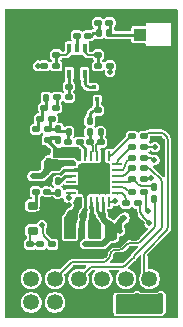
<source format=gbr>
%TF.GenerationSoftware,KiCad,Pcbnew,9.0.4-9.0.4-0~ubuntu22.04.1*%
%TF.CreationDate,2025-08-28T19:05:07+08:00*%
%TF.ProjectId,LoRa-TW,4c6f5261-2d54-4572-9e6b-696361645f70,0.1*%
%TF.SameCoordinates,Original*%
%TF.FileFunction,Copper,L1,Top*%
%TF.FilePolarity,Positive*%
%FSLAX46Y46*%
G04 Gerber Fmt 4.6, Leading zero omitted, Abs format (unit mm)*
G04 Created by KiCad (PCBNEW 9.0.4-9.0.4-0~ubuntu22.04.1) date 2025-08-28 19:05:07*
%MOMM*%
%LPD*%
G01*
G04 APERTURE LIST*
G04 Aperture macros list*
%AMRoundRect*
0 Rectangle with rounded corners*
0 $1 Rounding radius*
0 $2 $3 $4 $5 $6 $7 $8 $9 X,Y pos of 4 corners*
0 Add a 4 corners polygon primitive as box body*
4,1,4,$2,$3,$4,$5,$6,$7,$8,$9,$2,$3,0*
0 Add four circle primitives for the rounded corners*
1,1,$1+$1,$2,$3*
1,1,$1+$1,$4,$5*
1,1,$1+$1,$6,$7*
1,1,$1+$1,$8,$9*
0 Add four rect primitives between the rounded corners*
20,1,$1+$1,$2,$3,$4,$5,0*
20,1,$1+$1,$4,$5,$6,$7,0*
20,1,$1+$1,$6,$7,$8,$9,0*
20,1,$1+$1,$8,$9,$2,$3,0*%
G04 Aperture macros list end*
%TA.AperFunction,SMDPad,CuDef*%
%ADD10RoundRect,0.135000X0.165000X0.135000X-0.165000X0.135000X-0.165000X-0.135000X0.165000X-0.135000X0*%
%TD*%
%TA.AperFunction,SMDPad,CuDef*%
%ADD11R,0.381000X0.304800*%
%TD*%
%TA.AperFunction,SMDPad,CuDef*%
%ADD12RoundRect,0.218750X-0.218750X-0.381250X0.218750X-0.381250X0.218750X0.381250X-0.218750X0.381250X0*%
%TD*%
%TA.AperFunction,SMDPad,CuDef*%
%ADD13RoundRect,0.135000X-0.135000X0.175000X-0.135000X-0.175000X0.135000X-0.175000X0.135000X0.175000X0*%
%TD*%
%TA.AperFunction,SMDPad,CuDef*%
%ADD14RoundRect,0.135000X-0.175000X-0.135000X0.175000X-0.135000X0.175000X0.135000X-0.175000X0.135000X0*%
%TD*%
%TA.AperFunction,SMDPad,CuDef*%
%ADD15R,0.355600X0.787400*%
%TD*%
%TA.AperFunction,SMDPad,CuDef*%
%ADD16RoundRect,0.210000X0.215000X0.140000X-0.215000X0.140000X-0.215000X-0.140000X0.215000X-0.140000X0*%
%TD*%
%TA.AperFunction,SMDPad,CuDef*%
%ADD17RoundRect,0.135000X0.175000X0.135000X-0.175000X0.135000X-0.175000X-0.135000X0.175000X-0.135000X0*%
%TD*%
%TA.AperFunction,SMDPad,CuDef*%
%ADD18RoundRect,0.135000X0.135000X-0.165000X0.135000X0.165000X-0.135000X0.165000X-0.135000X-0.165000X0*%
%TD*%
%TA.AperFunction,SMDPad,CuDef*%
%ADD19RoundRect,0.135000X-0.165000X-0.135000X0.165000X-0.135000X0.165000X0.135000X-0.165000X0.135000X0*%
%TD*%
%TA.AperFunction,SMDPad,CuDef*%
%ADD20RoundRect,0.135000X0.135000X-0.175000X0.135000X0.175000X-0.135000X0.175000X-0.135000X-0.175000X0*%
%TD*%
%TA.AperFunction,SMDPad,CuDef*%
%ADD21RoundRect,0.225000X0.225000X0.250000X-0.225000X0.250000X-0.225000X-0.250000X0.225000X-0.250000X0*%
%TD*%
%TA.AperFunction,SMDPad,CuDef*%
%ADD22RoundRect,0.250000X0.250000X0.475000X-0.250000X0.475000X-0.250000X-0.475000X0.250000X-0.475000X0*%
%TD*%
%TA.AperFunction,SMDPad,CuDef*%
%ADD23R,0.840000X0.260000*%
%TD*%
%TA.AperFunction,SMDPad,CuDef*%
%ADD24R,0.260000X0.840000*%
%TD*%
%TA.AperFunction,SMDPad,CuDef*%
%ADD25R,2.600000X2.600000*%
%TD*%
%TA.AperFunction,SMDPad,CuDef*%
%ADD26R,1.050000X1.000000*%
%TD*%
%TA.AperFunction,SMDPad,CuDef*%
%ADD27R,2.200000X1.050000*%
%TD*%
%TA.AperFunction,SMDPad,CuDef*%
%ADD28RoundRect,0.250000X0.000010X-1.000000X0.000010X1.000000X-0.000010X1.000000X-0.000010X-1.000000X0*%
%TD*%
%TA.AperFunction,SMDPad,CuDef*%
%ADD29RoundRect,0.250000X-1.000000X-0.000010X1.000000X-0.000010X1.000000X0.000010X-1.000000X0.000010X0*%
%TD*%
%TA.AperFunction,SMDPad,CuDef*%
%ADD30RoundRect,0.250000X-0.500000X-0.000010X0.500000X-0.000010X0.500000X0.000010X-0.500000X0.000010X0*%
%TD*%
%TA.AperFunction,SMDPad,CuDef*%
%ADD31RoundRect,0.250000X-0.000010X0.500000X-0.000010X-0.500000X0.000010X-0.500000X0.000010X0.500000X0*%
%TD*%
%TA.AperFunction,SMDPad,CuDef*%
%ADD32RoundRect,0.250000X-0.000010X1.000000X-0.000010X-1.000000X0.000010X-1.000000X0.000010X1.000000X0*%
%TD*%
%TA.AperFunction,ComponentPad*%
%ADD33R,1.350000X1.350000*%
%TD*%
%TA.AperFunction,ComponentPad*%
%ADD34C,1.350000*%
%TD*%
%TA.AperFunction,ViaPad*%
%ADD35C,0.500000*%
%TD*%
%TA.AperFunction,ViaPad*%
%ADD36C,0.480000*%
%TD*%
%TA.AperFunction,Conductor*%
%ADD37C,0.263400*%
%TD*%
%TA.AperFunction,Conductor*%
%ADD38C,0.152400*%
%TD*%
%TA.AperFunction,Conductor*%
%ADD39C,0.349300*%
%TD*%
%TA.AperFunction,Conductor*%
%ADD40C,0.200000*%
%TD*%
%TA.AperFunction,Conductor*%
%ADD41C,0.210000*%
%TD*%
%TA.AperFunction,Conductor*%
%ADD42C,0.220000*%
%TD*%
%TA.AperFunction,Conductor*%
%ADD43C,0.500000*%
%TD*%
%TA.AperFunction,Conductor*%
%ADD44C,0.154700*%
%TD*%
G04 APERTURE END LIST*
D10*
%TO.P,R7,1*%
%TO.N,Net-(J2-Pin_8)*%
X159030000Y-101400000D03*
%TO.P,R7,2*%
%TO.N,/SPI_MISO*%
X158010000Y-101400000D03*
%TD*%
D11*
%TO.P,FL1,1,IN*%
%TO.N,Net-(FL1-IN)*%
X154780000Y-94540124D03*
%TO.P,FL1,2,GND*%
%TO.N,GND*%
X154492500Y-95040250D03*
%TO.P,FL1,3,GND*%
X154492500Y-95540125D03*
%TO.P,FL1,4,OUT*%
%TO.N,Net-(FL1-OUT)*%
X155067500Y-95540125D03*
%TO.P,FL1,5,GND*%
%TO.N,GND*%
X155067500Y-95040250D03*
%TD*%
D12*
%TO.P,L7,1*%
%TO.N,/VREG*%
X152677500Y-106770000D03*
%TO.P,L7,2*%
%TO.N,Net-(U1-DCC_SW)*%
X154802500Y-106770000D03*
%TD*%
D13*
%TO.P,C3,1*%
%TO.N,GND*%
X155340000Y-97370000D03*
%TO.P,C3,2*%
%TO.N,/RFI_P*%
X155340000Y-98330000D03*
%TD*%
D14*
%TO.P,L5,1*%
%TO.N,Net-(C13-Pad1)*%
X151665000Y-95385000D03*
%TO.P,L5,2*%
%TO.N,Net-(S1-RF1)*%
X152635000Y-95385000D03*
%TD*%
D10*
%TO.P,R9,1*%
%TO.N,Net-(J2-Pin_12)*%
X159030000Y-103430000D03*
%TO.P,R9,2*%
%TO.N,/BUSY*%
X158010000Y-103430000D03*
%TD*%
D15*
%TO.P,S1,1,RF1*%
%TO.N,Net-(S1-RF1)*%
X152690001Y-93386800D03*
%TO.P,S1,2,GND*%
%TO.N,GND*%
X153340000Y-93386800D03*
%TO.P,S1,3,RF2*%
%TO.N,Net-(FL1-IN)*%
X153989999Y-93386800D03*
%TO.P,S1,4,CTRL*%
%TO.N,Net-(S1-CTRL)*%
X153989999Y-91253200D03*
%TO.P,S1,5,RFC*%
%TO.N,Net-(S1-RFC)*%
X153340000Y-91253200D03*
%TO.P,S1,6,~{CTRL}/VDD*%
%TO.N,Net-(S1-~{CTRL}{slash}VDD)*%
X152690001Y-91253200D03*
%TD*%
D13*
%TO.P,L3,1*%
%TO.N,Net-(C10-Pad2)*%
X151730000Y-98055000D03*
%TO.P,L3,2*%
%TO.N,Net-(U1-VR_PA)*%
X151730000Y-99025000D03*
%TD*%
D14*
%TO.P,C14,1*%
%TO.N,GND*%
X151675000Y-94485000D03*
%TO.P,C14,2*%
%TO.N,Net-(S1-RF1)*%
X152635000Y-94485000D03*
%TD*%
D16*
%TO.P,X1,1,VCNT*%
%TO.N,GND*%
X151110000Y-106668200D03*
%TO.P,X1,2,GND*%
X151110000Y-104560000D03*
%TO.P,X1,3,XO*%
%TO.N,Net-(X1-XO)*%
X149586000Y-104560000D03*
%TO.P,X1,4,VCC*%
%TO.N,Net-(X1-VCC)*%
X149586000Y-106668200D03*
%TD*%
D17*
%TO.P,L4,1*%
%TO.N,Net-(C10-Pad2)*%
X150865000Y-98085000D03*
%TO.P,L4,2*%
%TO.N,Net-(C10-Pad1)*%
X149895000Y-98085000D03*
%TD*%
D18*
%TO.P,R1,1*%
%TO.N,Net-(C1-Pad2)*%
X151720000Y-103460000D03*
%TO.P,R1,2*%
%TO.N,/CLK_{32M}*%
X151720000Y-102440000D03*
%TD*%
D19*
%TO.P,FB1,1*%
%TO.N,Net-(X1-VCC)*%
X150240000Y-107840000D03*
%TO.P,FB1,2*%
%TO.N,/DIO3_CLK_{EN}*%
X151260000Y-107840000D03*
%TD*%
D17*
%TO.P,C18,1*%
%TO.N,GND*%
X153860000Y-105460000D03*
%TO.P,C18,2*%
%TO.N,/VREG*%
X152900000Y-105460000D03*
%TD*%
D20*
%TO.P,C16,1*%
%TO.N,GND*%
X155180000Y-90920000D03*
%TO.P,C16,2*%
%TO.N,Net-(C15-Pad1)*%
X155180000Y-89960000D03*
%TD*%
D13*
%TO.P,C11,1*%
%TO.N,GND*%
X152640000Y-97360000D03*
%TO.P,C11,2*%
%TO.N,Net-(C10-Pad2)*%
X152640000Y-98320000D03*
%TD*%
D14*
%TO.P,C8,1*%
%TO.N,GND*%
X150780000Y-99960000D03*
%TO.P,C8,2*%
%TO.N,Net-(U1-VR_PA)*%
X151740000Y-99960000D03*
%TD*%
D17*
%TO.P,C13,1*%
%TO.N,Net-(C13-Pad1)*%
X151530000Y-96285000D03*
%TO.P,C13,2*%
%TO.N,Net-(C10-Pad1)*%
X150570000Y-96285000D03*
%TD*%
%TO.P,C5,1*%
%TO.N,GND*%
X156050000Y-96490000D03*
%TO.P,C5,2*%
%TO.N,Net-(FL1-OUT)*%
X155090000Y-96490000D03*
%TD*%
D21*
%TO.P,C21,1*%
%TO.N,VDD*%
X151455000Y-101140000D03*
%TO.P,C21,2*%
%TO.N,GND*%
X149905000Y-101140000D03*
%TD*%
D10*
%TO.P,R5,1*%
%TO.N,Net-(J2-Pin_4)*%
X159040000Y-99590000D03*
%TO.P,R5,2*%
%TO.N,/SPI_CLK*%
X158020000Y-99590000D03*
%TD*%
D14*
%TO.P,C7,1*%
%TO.N,GND*%
X150620000Y-91800000D03*
%TO.P,C7,2*%
%TO.N,Net-(S1-~{CTRL}{slash}VDD)*%
X151580000Y-91800000D03*
%TD*%
D19*
%TO.P,R10,1*%
%TO.N,/DIO1_INT*%
X157500000Y-104360000D03*
%TO.P,R10,2*%
%TO.N,Net-(J2-Pin_9)*%
X158520000Y-104360000D03*
%TD*%
D22*
%TO.P,C20,1*%
%TO.N,GND*%
X158140000Y-106770000D03*
%TO.P,C20,2*%
%TO.N,VDD*%
X156240000Y-106770000D03*
%TD*%
D10*
%TO.P,R2,1*%
%TO.N,/DIO2_ANT_{SW}*%
X156130000Y-92730000D03*
%TO.P,R2,2*%
%TO.N,Net-(S1-CTRL)*%
X155110000Y-92730000D03*
%TD*%
D23*
%TO.P,U1,1,VDD_IN*%
%TO.N,VDD*%
X152837500Y-101020125D03*
%TO.P,U1,2,GND*%
%TO.N,GND*%
X152837500Y-101520125D03*
%TO.P,U1,3,XTA*%
%TO.N,/CLK_{32M}*%
X152837500Y-102020125D03*
%TO.P,U1,4,XTB*%
%TO.N,unconnected-(U1-XTB-Pad4)*%
X152837500Y-102520125D03*
%TO.P,U1,5,GND*%
%TO.N,GND*%
X152837500Y-103020125D03*
%TO.P,U1,6,DIO3*%
%TO.N,/DIO3_CLK_{EN}*%
X152837500Y-103520125D03*
D24*
%TO.P,U1,7,VREG*%
%TO.N,/VREG*%
X153532500Y-104215125D03*
%TO.P,U1,8,GND*%
%TO.N,GND*%
X154032500Y-104215125D03*
%TO.P,U1,9,DCC_SW*%
%TO.N,Net-(U1-DCC_SW)*%
X154532500Y-104215125D03*
%TO.P,U1,10,VBAT*%
%TO.N,VDD*%
X155032500Y-104215125D03*
%TO.P,U1,11,VBAT_IO*%
X155532500Y-104215125D03*
%TO.P,U1,12,DIO2*%
%TO.N,/DIO2_ANT_{SW}*%
X156032500Y-104215125D03*
D23*
%TO.P,U1,13,DIO1*%
%TO.N,/DIO1_INT*%
X156727500Y-103520125D03*
%TO.P,U1,14,BUSY*%
%TO.N,/BUSY*%
X156727500Y-103020125D03*
%TO.P,U1,15,~{NRESET}*%
%TO.N,/~{RESET}*%
X156727500Y-102520125D03*
%TO.P,U1,16,MISO*%
%TO.N,/SPI_MISO*%
X156727500Y-102020125D03*
%TO.P,U1,17,MOSI*%
%TO.N,/SPI_MOSI*%
X156727500Y-101520125D03*
%TO.P,U1,18,SCK*%
%TO.N,/SPI_CLK*%
X156727500Y-101020125D03*
D24*
%TO.P,U1,19,NSS*%
%TO.N,/SPI_NSS*%
X156032500Y-100325125D03*
%TO.P,U1,20,GND*%
%TO.N,GND*%
X155532500Y-100325125D03*
%TO.P,U1,21,RFI_P*%
%TO.N,/RFI_P*%
X155032500Y-100325125D03*
%TO.P,U1,22,RFI_N*%
%TO.N,/RFI_N*%
X154532500Y-100325125D03*
%TO.P,U1,23,RFO*%
%TO.N,Net-(U1-RFO)*%
X154032500Y-100325125D03*
%TO.P,U1,24,VR_PA*%
%TO.N,Net-(U1-VR_PA)*%
X153532500Y-100325125D03*
D25*
%TO.P,U1,25,EXP_GND*%
%TO.N,GND*%
X154782500Y-102270125D03*
%TD*%
D17*
%TO.P,C6,1*%
%TO.N,GND*%
X156090000Y-91800000D03*
%TO.P,C6,2*%
%TO.N,Net-(S1-CTRL)*%
X155130000Y-91800000D03*
%TD*%
D14*
%TO.P,C1,1*%
%TO.N,Net-(X1-XO)*%
X149860000Y-103390000D03*
%TO.P,C1,2*%
%TO.N,Net-(C1-Pad2)*%
X150820000Y-103390000D03*
%TD*%
D13*
%TO.P,C12,1*%
%TO.N,GND*%
X150740000Y-94455000D03*
%TO.P,C12,2*%
%TO.N,Net-(C10-Pad1)*%
X150740000Y-95415000D03*
%TD*%
D10*
%TO.P,R4,1*%
%TO.N,Net-(J2-Pin_2)*%
X159040000Y-98690000D03*
%TO.P,R4,2*%
%TO.N,/SPI_NSS*%
X158020000Y-98690000D03*
%TD*%
D20*
%TO.P,C17,1*%
%TO.N,GND*%
X156080000Y-90920000D03*
%TO.P,C17,2*%
%TO.N,Net-(C17-Pad2)*%
X156080000Y-89960000D03*
%TD*%
D14*
%TO.P,C19,1*%
%TO.N,VDD*%
X155460000Y-105340000D03*
%TO.P,C19,2*%
%TO.N,GND*%
X156420000Y-105340000D03*
%TD*%
%TO.P,L6,1*%
%TO.N,Net-(C15-Pad1)*%
X155125000Y-89080000D03*
%TO.P,L6,2*%
%TO.N,Net-(C17-Pad2)*%
X156095000Y-89080000D03*
%TD*%
%TO.P,C23,1*%
%TO.N,/~{RESET}*%
X158040000Y-102300000D03*
%TO.P,C23,2*%
%TO.N,VDD*%
X159000000Y-102300000D03*
%TD*%
D19*
%TO.P,R3,1*%
%TO.N,/MCU_ANT_{SW}*%
X150570000Y-92730000D03*
%TO.P,R3,2*%
%TO.N,Net-(S1-~{CTRL}{slash}VDD)*%
X151590000Y-92730000D03*
%TD*%
D26*
%TO.P,J1,1,1*%
%TO.N,Net-(C17-Pad2)*%
X158645000Y-90080000D03*
D27*
%TO.P,J1,2,2*%
%TO.N,GND*%
X160170000Y-91555000D03*
%TO.P,J1,3,3*%
X160170000Y-88605000D03*
%TD*%
D17*
%TO.P,L1,1*%
%TO.N,/RFI_P*%
X155395000Y-99210000D03*
%TO.P,L1,2*%
%TO.N,/RFI_N*%
X154425000Y-99210000D03*
%TD*%
%TO.P,L2,1*%
%TO.N,Net-(U1-RFO)*%
X153565000Y-99200000D03*
%TO.P,L2,2*%
%TO.N,Net-(C10-Pad2)*%
X152595000Y-99200000D03*
%TD*%
D14*
%TO.P,C10,1*%
%TO.N,Net-(C10-Pad1)*%
X150240000Y-97185000D03*
%TO.P,C10,2*%
%TO.N,Net-(C10-Pad2)*%
X151200000Y-97185000D03*
%TD*%
D13*
%TO.P,C4,1*%
%TO.N,Net-(FL1-OUT)*%
X154440000Y-97370000D03*
%TO.P,C4,2*%
%TO.N,/RFI_N*%
X154440000Y-98330000D03*
%TD*%
D17*
%TO.P,C15,1*%
%TO.N,Net-(C15-Pad1)*%
X154290000Y-90160000D03*
%TO.P,C15,2*%
%TO.N,Net-(S1-RFC)*%
X153330000Y-90160000D03*
%TD*%
D14*
%TO.P,C2,1*%
%TO.N,GND*%
X148440000Y-107820000D03*
%TO.P,C2,2*%
%TO.N,Net-(X1-VCC)*%
X149400000Y-107820000D03*
%TD*%
%TO.P,C9,1*%
%TO.N,GND*%
X149900000Y-98985000D03*
%TO.P,C9,2*%
%TO.N,Net-(U1-VR_PA)*%
X150860000Y-98985000D03*
%TD*%
D28*
%TO.P,J3,1,Shield*%
%TO.N,GND*%
X147570000Y-89180000D03*
X147570000Y-89780000D03*
X147570000Y-92780000D03*
X147570000Y-95780000D03*
X147570000Y-98780000D03*
X147570000Y-101780000D03*
X147570000Y-104780000D03*
X147570000Y-107780000D03*
D29*
X148570000Y-88180000D03*
X148570000Y-108780000D03*
X151570000Y-88180000D03*
X151570000Y-108780000D03*
X154570000Y-88180000D03*
X154570000Y-108780000D03*
X156270000Y-88180000D03*
D30*
X157120000Y-108780000D03*
D31*
X157270000Y-88680000D03*
D32*
X157270000Y-92030000D03*
D29*
X158270000Y-93030000D03*
X159420000Y-93030000D03*
X160570000Y-93030000D03*
X160570000Y-108780000D03*
D32*
X161570000Y-94030000D03*
X161570000Y-95780000D03*
X161570000Y-98780000D03*
X161570000Y-101780000D03*
X161570000Y-104780000D03*
X161570000Y-107780000D03*
%TD*%
D10*
%TO.P,R6,1*%
%TO.N,Net-(J2-Pin_6)*%
X159040000Y-100490000D03*
%TO.P,R6,2*%
%TO.N,/SPI_MOSI*%
X158020000Y-100490000D03*
%TD*%
D18*
%TO.P,R8,1*%
%TO.N,Net-(J2-Pin_10)*%
X159880000Y-104020000D03*
%TO.P,R8,2*%
%TO.N,/~{RESET}*%
X159880000Y-103000000D03*
%TD*%
D33*
%TO.P,J2,1,Pin_1*%
%TO.N,VDD*%
X159480000Y-112760000D03*
D34*
%TO.P,J2,2,Pin_2*%
%TO.N,Net-(J2-Pin_2)*%
X159480000Y-110760000D03*
%TO.P,J2,3,Pin_3*%
%TO.N,VDD*%
X157480000Y-112760000D03*
%TO.P,J2,4,Pin_4*%
%TO.N,Net-(J2-Pin_4)*%
X157480000Y-110760000D03*
%TO.P,J2,5,Pin_5*%
%TO.N,GND*%
X155480000Y-112760000D03*
%TO.P,J2,6,Pin_6*%
%TO.N,Net-(J2-Pin_6)*%
X155480000Y-110760000D03*
%TO.P,J2,7,Pin_7*%
%TO.N,GND*%
X153480000Y-112760000D03*
%TO.P,J2,8,Pin_8*%
%TO.N,Net-(J2-Pin_8)*%
X153480000Y-110760000D03*
%TO.P,J2,9,Pin_9*%
%TO.N,Net-(J2-Pin_9)*%
X151480000Y-112760000D03*
%TO.P,J2,10,Pin_10*%
%TO.N,Net-(J2-Pin_10)*%
X151480000Y-110760000D03*
%TO.P,J2,11,Pin_11*%
%TO.N,/MCU_ANT_{SW}*%
X149480000Y-112760000D03*
%TO.P,J2,12,Pin_12*%
%TO.N,Net-(J2-Pin_12)*%
X149480000Y-110760000D03*
%TD*%
D35*
%TO.N,GND*%
X154450000Y-95950000D03*
X161570000Y-96780000D03*
X147570000Y-96780000D03*
X160550000Y-93980000D03*
X152570000Y-88180000D03*
X147570000Y-113830000D03*
X154270000Y-102830000D03*
X157470000Y-94030000D03*
X157270000Y-88170000D03*
X161000000Y-91890000D03*
X152980000Y-92080000D03*
X152580000Y-108780000D03*
X157090251Y-104979765D03*
X153800000Y-105980000D03*
X159325000Y-88320000D03*
X161580000Y-108780000D03*
X158220000Y-88150000D03*
X154160000Y-92560000D03*
X148580000Y-100820000D03*
X160580000Y-97730000D03*
X154640000Y-93430000D03*
X148580000Y-95580000D03*
X147570000Y-98780000D03*
X150520000Y-89940000D03*
X156090000Y-98620000D03*
X160500000Y-101650000D03*
X148670000Y-104570000D03*
X148670000Y-108780000D03*
X149580000Y-89950000D03*
X148760000Y-107320000D03*
X158280000Y-93030000D03*
X154030000Y-104960000D03*
X151570000Y-108780000D03*
X150610000Y-90950000D03*
X150340000Y-100450000D03*
X150010000Y-95700000D03*
X148990000Y-93800000D03*
X156190000Y-94310000D03*
X153340000Y-92750000D03*
X147570000Y-94780000D03*
X155330000Y-102850000D03*
X161570000Y-101840000D03*
X157110000Y-108780000D03*
X160170000Y-88880000D03*
X154070000Y-88740000D03*
X155540000Y-101000000D03*
X149570000Y-89020000D03*
X153380000Y-98470000D03*
X147570000Y-95770000D03*
X158830000Y-106060000D03*
X154782500Y-103290000D03*
X158370000Y-96510000D03*
X149520000Y-99930000D03*
X156310000Y-94980000D03*
X150215000Y-99545000D03*
X147570000Y-108780000D03*
X156150000Y-113830000D03*
X159420000Y-96480000D03*
X154480000Y-112760000D03*
X149972752Y-94475128D03*
X147570000Y-91790000D03*
X148540000Y-89920000D03*
X161580000Y-95770000D03*
X151741887Y-106517996D03*
X148660000Y-102770000D03*
X158380000Y-97760000D03*
X153400000Y-89440000D03*
X149110000Y-109570000D03*
X154782500Y-102270125D03*
X149580000Y-108780000D03*
X149580000Y-90800000D03*
X154480000Y-113830000D03*
X150030000Y-109220000D03*
X147570000Y-93790000D03*
X153180000Y-97410000D03*
X158100000Y-91040000D03*
X151680000Y-107087600D03*
X151460000Y-106000000D03*
X157460000Y-97370000D03*
X154300000Y-89440000D03*
X154040000Y-103560000D03*
X151610000Y-91030000D03*
X158220000Y-105210000D03*
X150485033Y-104040000D03*
X148530000Y-90800000D03*
X159325000Y-91890000D03*
X154040000Y-95060000D03*
X156530000Y-104840000D03*
X157270000Y-89190000D03*
X159325000Y-88880000D03*
X155880000Y-101540000D03*
X149350000Y-100550000D03*
X156610000Y-90680000D03*
X160510000Y-100200000D03*
X154782500Y-101300000D03*
X161570000Y-102790000D03*
X148600000Y-94610000D03*
X153340000Y-94040000D03*
X152520000Y-92560000D03*
X161570000Y-100770000D03*
X147570000Y-103770000D03*
X149570000Y-88180000D03*
X149800000Y-96540000D03*
X150530000Y-89020000D03*
X160162500Y-88320000D03*
X153768683Y-107087600D03*
X149985165Y-105287015D03*
X158120000Y-89100000D03*
X153520000Y-102980000D03*
X161570000Y-106770000D03*
X153740000Y-97060000D03*
X149990000Y-93920000D03*
X153780000Y-102300000D03*
X147570000Y-110520000D03*
X154290000Y-101790000D03*
X159325000Y-91280000D03*
X155400000Y-94230000D03*
X158490000Y-110150000D03*
X160570000Y-108780000D03*
X155580000Y-108780000D03*
X161000000Y-88320000D03*
X160560000Y-95230000D03*
X150450000Y-111710000D03*
X161610000Y-113830000D03*
X147570000Y-92780000D03*
X150450000Y-113780000D03*
X147570000Y-99780000D03*
X147570000Y-106780000D03*
X152550000Y-113790000D03*
X147570000Y-100780000D03*
X160162500Y-91890000D03*
X156510000Y-91350000D03*
X147570000Y-97780000D03*
X154570000Y-88190000D03*
X161610000Y-110520000D03*
X159420000Y-93030000D03*
X155440000Y-93490000D03*
X153780000Y-97850000D03*
X161570000Y-93030000D03*
X155770000Y-103270000D03*
X155430000Y-88190000D03*
X151960000Y-96950000D03*
X159430000Y-97730000D03*
X156080000Y-97940000D03*
X150510436Y-105492721D03*
X152590000Y-89010000D03*
X149570000Y-93250000D03*
X161570000Y-99780000D03*
X147570000Y-105780000D03*
X148530000Y-91800000D03*
X157270000Y-93030000D03*
X158270000Y-91970000D03*
X148560000Y-88180000D03*
X149240000Y-98580000D03*
X150340000Y-102800000D03*
X147570000Y-102780000D03*
X150570000Y-88180000D03*
X152550000Y-89920000D03*
X151570000Y-88180000D03*
X161000000Y-91280000D03*
X153560000Y-88180000D03*
X152653422Y-104543422D03*
X161580000Y-105790000D03*
X148570000Y-99170000D03*
X157460000Y-98110000D03*
X156290000Y-88180000D03*
X148560000Y-100060000D03*
X148680000Y-103610000D03*
X150570000Y-108780000D03*
X147580000Y-89930000D03*
X153510000Y-94770000D03*
X156650000Y-91940000D03*
X155600000Y-95040000D03*
X156370000Y-111780000D03*
X149480000Y-91740000D03*
X154660000Y-90870000D03*
X148470000Y-92740000D03*
X154480000Y-111800000D03*
X156850000Y-92510000D03*
X147570000Y-90780000D03*
X151198231Y-104025341D03*
X148580000Y-98160000D03*
X151540000Y-89940000D03*
X151220000Y-93980000D03*
X147570000Y-112080000D03*
X150990000Y-102700000D03*
X149340000Y-99330000D03*
X155670000Y-95920000D03*
X156330000Y-95900000D03*
X147570000Y-107820000D03*
X159650000Y-108720000D03*
X148580000Y-96430000D03*
X161570000Y-104780000D03*
X147570000Y-101780000D03*
X149960000Y-95100000D03*
X150410557Y-104768432D03*
X152760000Y-96790000D03*
X148590000Y-106670000D03*
X161580000Y-97770000D03*
X157480000Y-95280000D03*
X157270000Y-91020000D03*
X147570000Y-104820000D03*
X152300000Y-96100000D03*
X153410000Y-95570000D03*
X151960000Y-93860000D03*
X160270000Y-98880000D03*
X161570000Y-103770000D03*
X147570000Y-88970000D03*
X159410000Y-95230000D03*
X149480000Y-97410000D03*
X149739000Y-105845538D03*
X161610000Y-112080000D03*
X153560000Y-108780000D03*
X161570000Y-107800000D03*
X148580000Y-97310000D03*
X149180000Y-101370000D03*
X156160000Y-99384413D03*
X158350000Y-94010000D03*
X154020000Y-101220000D03*
X153480000Y-101540000D03*
X155750000Y-102280000D03*
X155300000Y-101790000D03*
X152170000Y-90490000D03*
X160570000Y-96480000D03*
X151550000Y-89020000D03*
X147570000Y-88190000D03*
X156790000Y-89500000D03*
X159400000Y-93980000D03*
X161580000Y-94030000D03*
X160570000Y-93030000D03*
X153950000Y-96430000D03*
X150080000Y-92010000D03*
X150950000Y-109810000D03*
X157270000Y-91930000D03*
X150640000Y-93800000D03*
X153200000Y-96200000D03*
X160162500Y-91280000D03*
X160610000Y-107900000D03*
X158360000Y-95260000D03*
X148530000Y-88990000D03*
X161580000Y-94860000D03*
X155880000Y-97030000D03*
X157490000Y-96530000D03*
X161580000Y-98780000D03*
X154570000Y-108780000D03*
X148680000Y-101950000D03*
X153710000Y-92080000D03*
X161000000Y-88880000D03*
%TO.N,VDD*%
X149580000Y-102060000D03*
X159570000Y-102210000D03*
X158403354Y-112178315D03*
X156890000Y-106000000D03*
X156980000Y-106680000D03*
X158460000Y-112760000D03*
X160390000Y-113500000D03*
X154602433Y-107811400D03*
X155230000Y-107811400D03*
X158460000Y-113410003D03*
X150690000Y-101750000D03*
X156890000Y-113490000D03*
X150200000Y-102060000D03*
X154010000Y-107800000D03*
X157364189Y-105571867D03*
X160400000Y-112220000D03*
%TO.N,/DIO2_ANT_{SW}*%
X156570000Y-104180000D03*
X156130000Y-93240000D03*
D36*
%TO.N,/DIO3_CLK_{EN}*%
X150390000Y-106180000D03*
X152630000Y-103890000D03*
D35*
%TO.N,/MCU_ANT_{SW}*%
X150040000Y-92720000D03*
%TO.N,Net-(J2-Pin_6)*%
X159900000Y-100710000D03*
D36*
%TO.N,Net-(J2-Pin_12)*%
X159313422Y-104986578D03*
%TO.N,Net-(J2-Pin_9)*%
X159480000Y-106040000D03*
D35*
%TO.N,Net-(J2-Pin_4)*%
X159940000Y-99590000D03*
%TD*%
D37*
%TO.N,Net-(S1-CTRL)*%
X155110000Y-92730000D02*
X155110000Y-91810000D01*
X155110000Y-91810000D02*
X155120000Y-91800000D01*
D38*
X154239921Y-91800000D02*
X155120000Y-91800000D01*
X153989999Y-91550078D02*
X154239921Y-91800000D01*
X153989999Y-91253200D02*
X153989999Y-91550078D01*
D39*
%TO.N,Net-(U1-VR_PA)*%
X153370000Y-100310000D02*
X153354875Y-100325125D01*
X151740000Y-99950000D02*
X150860000Y-99070000D01*
X152860000Y-99970000D02*
X151890000Y-99970000D01*
X151450000Y-98830000D02*
X151130000Y-98830000D01*
X150975000Y-98985000D02*
X150860000Y-98985000D01*
X153215125Y-100325125D02*
X152860000Y-99970000D01*
X153354875Y-100325125D02*
X153215125Y-100325125D01*
X151695000Y-99025000D02*
X151500000Y-98830000D01*
X151730000Y-99025000D02*
X151695000Y-99025000D01*
D38*
X151740000Y-99970000D02*
X151740000Y-99950000D01*
D39*
X150860000Y-99070000D02*
X150860000Y-98985000D01*
X151130000Y-98830000D02*
X150975000Y-98985000D01*
X151500000Y-98830000D02*
X151130000Y-98830000D01*
D37*
%TO.N,GND*%
X155532500Y-100325125D02*
X155532500Y-101092500D01*
X150990000Y-102400000D02*
X150990000Y-102700000D01*
X153710000Y-92080000D02*
X153710000Y-92110000D01*
X155769044Y-108780000D02*
X155779100Y-108769944D01*
X155580000Y-108546746D02*
X156346646Y-107780100D01*
D40*
X151190000Y-102500000D02*
X150990000Y-102700000D01*
D37*
X157646746Y-106770000D02*
X158140000Y-106770000D01*
D38*
X156160000Y-99640000D02*
X156124475Y-99675525D01*
X161417200Y-114022800D02*
X161610000Y-113830000D01*
X155584364Y-99850000D02*
X155490000Y-99850000D01*
X156124475Y-99675525D02*
X155758839Y-99675525D01*
D37*
X151675000Y-94275000D02*
X151970000Y-93980000D01*
X150740000Y-94680000D02*
X150740000Y-94040000D01*
X150610000Y-90950000D02*
X150610000Y-91790000D01*
X153710000Y-92110000D02*
X154160000Y-92560000D01*
X156718574Y-107780100D02*
X157025100Y-107473574D01*
X153340000Y-94140000D02*
X153340000Y-93386800D01*
X156870000Y-107939100D02*
X156264760Y-107939100D01*
X149972752Y-95227248D02*
X149960000Y-95240000D01*
X152837500Y-101520125D02*
X153176145Y-101520125D01*
D40*
X151190000Y-101960000D02*
X151190000Y-102500000D01*
D37*
X152837500Y-101520125D02*
X152271119Y-101520125D01*
D38*
X155532500Y-99901864D02*
X155532500Y-100325125D01*
D37*
X149900000Y-99230000D02*
X150780000Y-100110000D01*
D41*
X151900000Y-101880000D02*
X151490000Y-101880000D01*
D37*
X152520000Y-92540000D02*
X152980000Y-92080000D01*
X150110000Y-93940000D02*
X149990000Y-94060000D01*
X156264761Y-107939100D02*
X156929760Y-107939100D01*
D42*
X152271119Y-101520125D02*
X151911244Y-101880000D01*
D37*
X150680000Y-93980000D02*
X150640000Y-93940000D01*
D38*
X156150000Y-113830000D02*
X156342800Y-114022800D01*
X156342800Y-114022800D02*
X161417200Y-114022800D01*
D43*
X157090251Y-104979765D02*
X156669765Y-104979765D01*
D37*
X156080000Y-90920000D02*
X156080000Y-91800000D01*
X154495000Y-95559875D02*
X154495000Y-95060000D01*
X158044923Y-111780000D02*
X156370000Y-111780000D01*
X149900000Y-99210000D02*
X149900000Y-99230000D01*
X160028615Y-111764639D02*
X158746424Y-111764639D01*
X161610000Y-113830000D02*
X161610000Y-112623254D01*
X158181708Y-111643215D02*
X158044923Y-111780000D01*
D43*
X156669765Y-104979765D02*
X156530000Y-104840000D01*
D37*
X160611646Y-111624900D02*
X160168354Y-111624900D01*
X158625000Y-111643215D02*
X158181708Y-111643215D01*
D43*
X157090251Y-104979765D02*
X156660235Y-104979765D01*
D37*
X152520000Y-92560000D02*
X152520000Y-92540000D01*
X154032500Y-105350000D02*
X154032500Y-104215125D01*
X156346646Y-107780100D02*
X156718574Y-107780100D01*
D39*
X150972400Y-102717600D02*
X150990000Y-102700000D01*
D42*
X151490000Y-101880000D02*
X151270000Y-101880000D01*
D40*
X151490000Y-101880000D02*
X151426978Y-101880000D01*
D37*
X155779100Y-108769944D02*
X155684522Y-108864522D01*
X155779100Y-108769944D02*
X155779100Y-108424760D01*
X158098860Y-106770000D02*
X158140000Y-106770000D01*
X154032500Y-104215125D02*
X154032500Y-103933731D01*
X158140000Y-106770000D02*
X158039100Y-106770000D01*
D40*
X147610000Y-107820000D02*
X147570000Y-107780000D01*
D37*
X156080000Y-90920000D02*
X155180000Y-90920000D01*
X155580000Y-108780000D02*
X155580000Y-108546746D01*
D38*
X156160000Y-99384413D02*
X156160000Y-99640000D01*
D37*
X150610000Y-91790000D02*
X150620000Y-91800000D01*
X157025100Y-107215100D02*
X157201646Y-107215100D01*
D43*
X155480000Y-112760000D02*
X153480000Y-112760000D01*
D37*
X149990000Y-94597880D02*
X149972752Y-94615128D01*
D38*
X155758839Y-99675525D02*
X155652182Y-99782182D01*
D37*
X160168354Y-111624900D02*
X160028615Y-111764639D01*
X149990000Y-94060000D02*
X149990000Y-94597880D01*
X155779100Y-108424761D02*
X155779100Y-108769944D01*
X158746424Y-111764639D02*
X158625000Y-111643215D01*
X150670000Y-102590000D02*
X150670000Y-102717600D01*
X149972752Y-94615128D02*
X149972752Y-95227248D01*
X156264760Y-107939100D02*
X155779100Y-108424761D01*
X155779100Y-108424760D02*
X156264761Y-107939100D01*
X161610000Y-112623254D02*
X160611646Y-111624900D01*
X152980000Y-92080000D02*
X152980000Y-92200000D01*
X148440000Y-107820000D02*
X147610000Y-107820000D01*
X155532500Y-101092500D02*
X155740000Y-101300000D01*
X150740000Y-94040000D02*
X150640000Y-93940000D01*
X151338489Y-101921511D02*
X150670000Y-102590000D01*
X155580000Y-108780000D02*
X155769044Y-108780000D01*
X150640000Y-93940000D02*
X150110000Y-93940000D01*
X151970000Y-93980000D02*
X150680000Y-93980000D01*
X156929760Y-107939100D02*
X158098860Y-106770000D01*
X153340000Y-93386800D02*
X153340000Y-92750000D01*
D40*
X150990000Y-102316978D02*
X150990000Y-102700000D01*
X151270000Y-101880000D02*
X151190000Y-101960000D01*
D37*
X152837500Y-103020125D02*
X153094322Y-103020125D01*
X157201646Y-107215100D02*
X157646746Y-106770000D01*
X155070000Y-95060000D02*
X154495000Y-95060000D01*
X157025100Y-107473574D02*
X157025100Y-107215100D01*
D38*
X156160000Y-99384413D02*
X156049951Y-99384413D01*
X156049951Y-99384413D02*
X155532500Y-99901864D01*
D43*
X156660235Y-104979765D02*
X156300000Y-105340000D01*
D37*
X158039100Y-106770000D02*
X156870000Y-107939100D01*
X153094322Y-103020125D02*
G75*
G02*
X153769994Y-103300006I-22J-955575D01*
G01*
X154032500Y-103933731D02*
G75*
G03*
X153770009Y-103299991I-896200J31D01*
G01*
X153176145Y-101520125D02*
G75*
G03*
X153779987Y-101269987I-45J854025D01*
G01*
%TO.N,Net-(C10-Pad2)*%
X151050000Y-97750000D02*
X151050000Y-97300000D01*
X151200000Y-97185000D02*
X151165000Y-97185000D01*
X152530000Y-98210000D02*
X152640000Y-98320000D01*
D40*
X152615000Y-98345000D02*
X152640000Y-98320000D01*
D37*
X151165000Y-97185000D02*
X151050000Y-97300000D01*
X151730000Y-98055000D02*
X151700000Y-98085000D01*
X151700000Y-98085000D02*
X150865000Y-98085000D01*
X151730000Y-98055000D02*
X151885000Y-98210000D01*
X151885000Y-98210000D02*
X152530000Y-98210000D01*
X152615000Y-99200000D02*
X152615000Y-98345000D01*
X151050000Y-97900000D02*
X151050000Y-97750000D01*
X150865000Y-98085000D02*
X151050000Y-97900000D01*
X152615000Y-98345000D02*
G75*
G03*
X152550000Y-98280000I-65000J0D01*
G01*
D38*
%TO.N,Net-(S1-~{CTRL}{slash}VDD)*%
X152450000Y-91800000D02*
X151580000Y-91800000D01*
X152670000Y-91253200D02*
X152670000Y-91580000D01*
D37*
X151590000Y-91800000D02*
X151580000Y-91800000D01*
X151590000Y-92730000D02*
X151590000Y-91800000D01*
D38*
X152690001Y-91253200D02*
X152690001Y-91559999D01*
X152690001Y-91559999D02*
X152450000Y-91800000D01*
X152670000Y-91580000D02*
X152450000Y-91800000D01*
D37*
%TO.N,Net-(C10-Pad1)*%
X150060000Y-97666746D02*
X150060000Y-98070000D01*
X150065100Y-97218354D02*
X150065100Y-97661646D01*
X150420000Y-96510000D02*
X150420000Y-97230000D01*
X150098454Y-97185000D02*
X150065100Y-97218354D01*
X150740000Y-95415000D02*
X150740000Y-96115000D01*
X150240000Y-97185000D02*
X150098454Y-97185000D01*
X150065100Y-97661646D02*
X150060000Y-97666746D01*
X150740000Y-96115000D02*
X150570000Y-96285000D01*
%TO.N,Net-(C13-Pad1)*%
X151665000Y-95385000D02*
X151665000Y-96150000D01*
X151665000Y-96150000D02*
X151530000Y-96285000D01*
%TO.N,Net-(C15-Pad1)*%
X154730000Y-89960000D02*
X155180000Y-89960000D01*
X154530000Y-90160000D02*
X154730000Y-89960000D01*
X154290000Y-90160000D02*
X154530000Y-90160000D01*
X155180000Y-89960000D02*
X155180000Y-89135000D01*
X155180000Y-89135000D02*
X155135000Y-89090000D01*
%TO.N,Net-(FL1-OUT)*%
X154460000Y-97370000D02*
X154460000Y-96844114D01*
X155070000Y-95559875D02*
X155070000Y-96461716D01*
X154882441Y-96510000D02*
X155090000Y-96510000D01*
X154527151Y-96682025D02*
X154569588Y-96639588D01*
X154569588Y-96639588D02*
G75*
G02*
X154882441Y-96510017I312812J-312812D01*
G01*
X154460000Y-96844114D02*
G75*
G02*
X154527144Y-96682018I229200J14D01*
G01*
%TO.N,Net-(S1-RF1)*%
X152635000Y-94485000D02*
X152635000Y-95385000D01*
X152700000Y-93403600D02*
X152700000Y-94553076D01*
%TO.N,Net-(S1-RFC)*%
X153340000Y-91253200D02*
X153340000Y-90150000D01*
D40*
%TO.N,/VREG*%
X153020000Y-105540000D02*
X152830000Y-105540000D01*
D37*
X153020000Y-105540000D02*
X153020000Y-105100000D01*
X153020000Y-105540000D02*
X153020000Y-105350000D01*
D40*
X152830000Y-105540000D02*
X153020000Y-105730000D01*
D37*
X153020000Y-105350000D02*
X153030000Y-105340000D01*
X153532500Y-104587500D02*
X153532500Y-104215125D01*
D40*
X153020000Y-106182500D02*
X152662500Y-106540000D01*
X153020000Y-105730000D02*
X153020000Y-106182500D01*
D37*
X153020000Y-105100000D02*
X153532500Y-104587500D01*
D43*
%TO.N,VDD*%
X156240000Y-106240000D02*
X156013400Y-106013400D01*
X156890000Y-106000000D02*
X156890000Y-106120000D01*
D38*
X151280000Y-101150000D02*
X151455000Y-101150000D01*
X150320000Y-102120000D02*
X150690000Y-101750000D01*
D43*
X157364189Y-105571867D02*
X157296056Y-105640000D01*
D37*
X155032500Y-104215125D02*
X155032500Y-105032500D01*
D43*
X156240000Y-107130000D02*
X156240000Y-106770000D01*
D40*
X159000000Y-102300000D02*
X159480000Y-102300000D01*
D43*
X150690000Y-101750000D02*
X150380000Y-102060000D01*
X155898246Y-106013400D02*
X155586600Y-105701754D01*
X157480000Y-112760000D02*
X158460000Y-112760000D01*
X155586600Y-105586600D02*
X155340000Y-105340000D01*
X157250000Y-105640000D02*
X156890000Y-106000000D01*
X158460000Y-112760000D02*
X159480000Y-112760000D01*
D37*
X151744875Y-101020125D02*
X151465000Y-101300000D01*
D43*
X155630000Y-107740000D02*
X156240000Y-107130000D01*
D40*
X159480000Y-102300000D02*
X159570000Y-102210000D01*
D43*
X156890000Y-106000000D02*
X156890000Y-106590000D01*
D37*
X155532500Y-104215125D02*
X155530000Y-104217625D01*
D43*
X156890000Y-106120000D02*
X156240000Y-106770000D01*
X155586600Y-105701754D02*
X155586600Y-105586600D01*
X155610000Y-107740000D02*
X155630000Y-107740000D01*
D37*
X151465000Y-101300000D02*
X151230000Y-101300000D01*
D43*
X150380000Y-102060000D02*
X149580000Y-102060000D01*
X154010000Y-107800000D02*
X155550000Y-107800000D01*
X157296056Y-105640000D02*
X157250000Y-105640000D01*
D37*
X155530000Y-105150000D02*
X155340000Y-105340000D01*
D43*
X156013400Y-106013400D02*
X155898246Y-106013400D01*
D37*
X155530000Y-104217625D02*
X155530000Y-105150000D01*
X155032500Y-105032500D02*
X155340000Y-105340000D01*
D38*
X150270000Y-102120000D02*
X150320000Y-102120000D01*
D43*
X151465000Y-101300000D02*
X151280000Y-101300000D01*
X156240000Y-106770000D02*
X156240000Y-106240000D01*
X155550000Y-107800000D02*
X155610000Y-107740000D01*
D37*
X152837500Y-101020125D02*
X151744875Y-101020125D01*
D43*
X156890000Y-106590000D02*
X156980000Y-106680000D01*
D40*
X155560000Y-104242625D02*
X155532500Y-104215125D01*
D37*
%TO.N,Net-(C17-Pad2)*%
X156105000Y-89935000D02*
X156080000Y-89960000D01*
X156105000Y-89090000D02*
X156105000Y-89935000D01*
X156080000Y-89960000D02*
X156200000Y-90080000D01*
X156200000Y-90080000D02*
X158905000Y-90080000D01*
%TO.N,Net-(U1-RFO)*%
X154032500Y-99725354D02*
X153585000Y-99277854D01*
X154032500Y-100325125D02*
X154032500Y-99725354D01*
X153585000Y-99277854D02*
X153585000Y-99200000D01*
D40*
%TO.N,/DIO2_ANT_{SW}*%
X156032500Y-104215125D02*
X156414875Y-104215125D01*
X156450000Y-104180000D02*
X156414875Y-104215125D01*
X156570000Y-104180000D02*
X156450000Y-104180000D01*
D37*
X156130000Y-93320000D02*
X156130000Y-92730000D01*
%TO.N,/CLK_{32M}*%
X151910000Y-102440000D02*
X152329875Y-102020125D01*
X152329875Y-102020125D02*
X152837500Y-102020125D01*
D38*
%TO.N,/DIO3_CLK_{EN}*%
X152520000Y-103837625D02*
X152837500Y-103520125D01*
X150455400Y-106846106D02*
X150455400Y-106340294D01*
X150300000Y-106160000D02*
X150467847Y-106327847D01*
X151260000Y-107800706D02*
X151260000Y-107840000D01*
X150561466Y-107102172D02*
X151260000Y-107800706D01*
X152520000Y-103890000D02*
X152520000Y-103837625D01*
X150467847Y-106327847D02*
X150455400Y-106340294D01*
X150455400Y-106846106D02*
G75*
G03*
X150561475Y-107102162I362100J6D01*
G01*
%TO.N,/~{RESET}*%
X158503933Y-102763933D02*
X158040000Y-102300000D01*
X158760000Y-102870000D02*
X159750000Y-102870000D01*
X156727500Y-102520125D02*
X157819875Y-102520125D01*
X159750000Y-102870000D02*
X159880000Y-103000000D01*
X157819875Y-102520125D02*
X158040000Y-102300000D01*
X158760000Y-102870000D02*
G75*
G02*
X158503939Y-102763926I0J362100D01*
G01*
D37*
%TO.N,Net-(C1-Pad2)*%
X150890000Y-103460000D02*
X150820000Y-103390000D01*
X151720000Y-103460000D02*
X150890000Y-103460000D01*
%TO.N,Net-(X1-XO)*%
X149860000Y-104286000D02*
X149586000Y-104560000D01*
X149860000Y-103390000D02*
X149860000Y-104286000D01*
D40*
%TO.N,Net-(X1-VCC)*%
X149420000Y-107840000D02*
X149400000Y-107820000D01*
D38*
X150240000Y-107840000D02*
X149420000Y-107840000D01*
D40*
X149400000Y-106854200D02*
X149586000Y-106668200D01*
D38*
X149400000Y-107820000D02*
X149400000Y-106854200D01*
D37*
%TO.N,Net-(FL1-IN)*%
X153989999Y-93386800D02*
X153989999Y-94052215D01*
X154780000Y-94540124D02*
X154450710Y-94540124D01*
X154450710Y-94540124D02*
G75*
G02*
X154110706Y-94399294I-10J480824D01*
G01*
X153989999Y-94052215D02*
G75*
G03*
X154147517Y-94432483I537801J15D01*
G01*
D38*
%TO.N,/SPI_NSS*%
X157900000Y-98700000D02*
X158020000Y-98700000D01*
X156124875Y-100325125D02*
X156032500Y-100325125D01*
X156380941Y-100219058D02*
X157900000Y-98700000D01*
X156124875Y-100325125D02*
G75*
G03*
X156380953Y-100219070I25J362125D01*
G01*
D40*
%TO.N,/MCU_ANT_{SW}*%
X150040000Y-92720000D02*
X150050000Y-92710000D01*
X150550000Y-92710000D02*
X150570000Y-92730000D01*
X150050000Y-92710000D02*
X150550000Y-92710000D01*
D38*
%TO.N,/DIO1_INT*%
X156727500Y-103520125D02*
X156780820Y-103573445D01*
X157393933Y-103753933D02*
X157160125Y-103520125D01*
X157500000Y-104010000D02*
X157500000Y-104360000D01*
X156727500Y-103520125D02*
X157160125Y-103520125D01*
X157500000Y-104010000D02*
G75*
G03*
X157393926Y-103753939I-362100J0D01*
G01*
%TO.N,/SPI_CLK*%
X156833566Y-100706433D02*
X157950000Y-99590000D01*
X157950000Y-99590000D02*
X158020000Y-99590000D01*
X156727500Y-100962500D02*
X156727500Y-101020125D01*
X156727500Y-100962500D02*
G75*
G02*
X156833573Y-100706440I362100J0D01*
G01*
%TO.N,/SPI_MOSI*%
X157880000Y-100490000D02*
X158020000Y-100490000D01*
X157530766Y-100839233D02*
X157880000Y-100490000D01*
X157318633Y-101421366D02*
X157219875Y-101520125D01*
X156727500Y-101520125D02*
X157219875Y-101520125D01*
X157424700Y-101165300D02*
X157424700Y-101095300D01*
X157424700Y-101165300D02*
G75*
G02*
X157318627Y-101421360I-362100J0D01*
G01*
X157424700Y-101095300D02*
G75*
G02*
X157530773Y-100839240I362100J0D01*
G01*
%TO.N,/SPI_MISO*%
X157485941Y-101914058D02*
X158010000Y-101390000D01*
X157229875Y-102020125D02*
X156727500Y-102020125D01*
X157229875Y-102020125D02*
G75*
G03*
X157485953Y-101914070I25J362125D01*
G01*
D37*
%TO.N,Net-(U1-DCC_SW)*%
X154575100Y-104735100D02*
X154575100Y-106552600D01*
X154532500Y-104215125D02*
X154532500Y-104667500D01*
X154532500Y-104667500D02*
X154520000Y-104680000D01*
D40*
X154482500Y-107090000D02*
X154802500Y-106770000D01*
X154532500Y-104215125D02*
X154532500Y-105180900D01*
D37*
X154575100Y-106552600D02*
X154802500Y-106780000D01*
X154520000Y-104680000D02*
X154575100Y-104735100D01*
D40*
X154483400Y-105230000D02*
X154483400Y-105759622D01*
X154533400Y-104693400D02*
X154520000Y-104680000D01*
X154532500Y-105180900D02*
X154483400Y-105230000D01*
X154533400Y-105168516D02*
X154533400Y-104693400D01*
X154532500Y-104215125D02*
X154540000Y-104222625D01*
D38*
%TO.N,/BUSY*%
X158010000Y-103430000D02*
X157809875Y-103430000D01*
X157250000Y-103020125D02*
X156727500Y-103020125D01*
X157506066Y-103126191D02*
X157809875Y-103430000D01*
X157506066Y-103126191D02*
G75*
G03*
X157250000Y-103020138I-256066J-256109D01*
G01*
D37*
%TO.N,/RFI_P*%
X155400000Y-98993825D02*
X155230000Y-99163825D01*
X155230000Y-98340000D02*
X155400000Y-98510000D01*
D44*
X154970000Y-99460000D02*
X154970000Y-99493950D01*
D40*
X155310925Y-99210000D02*
X155395000Y-99210000D01*
D37*
X155400000Y-98510000D02*
X155400000Y-98993825D01*
D44*
X155395000Y-99210000D02*
X155220000Y-99210000D01*
X155220000Y-99210000D02*
X154970000Y-99460000D01*
X154970000Y-99493950D02*
X154970000Y-99938675D01*
%TO.N,/RFI_N*%
X154532500Y-100035125D02*
X154662900Y-99904725D01*
X154662900Y-99904725D02*
X154662900Y-99413950D01*
X154662900Y-99904725D02*
X154662900Y-99850000D01*
X154628950Y-99413950D02*
X154425000Y-99210000D01*
X154532500Y-100325125D02*
X154532500Y-100035125D01*
D37*
X154460000Y-98330000D02*
X154460000Y-99125503D01*
D38*
%TO.N,Net-(J2-Pin_10)*%
X159883933Y-106446066D02*
X159874118Y-106446066D01*
X157185481Y-108194333D02*
X157549149Y-107830666D01*
X159990000Y-104130000D02*
X159880000Y-104020000D01*
X156140400Y-108724416D02*
X156140400Y-108769600D01*
X155580000Y-109330000D02*
X153060000Y-109330000D01*
X158701650Y-107618533D02*
X159874118Y-106446066D01*
X159990000Y-106190000D02*
X159990000Y-104130000D01*
X156246465Y-108468349D02*
X156308349Y-108406466D01*
X155836065Y-109223933D02*
X156034333Y-109025666D01*
X156564416Y-108300400D02*
X156929416Y-108300400D01*
X157805216Y-107724600D02*
X158445584Y-107724600D01*
X152803933Y-109436066D02*
X151480000Y-110760000D01*
X158701650Y-107618533D02*
G75*
G02*
X158445583Y-107724597I-256050J256033D01*
G01*
X155836065Y-109223933D02*
G75*
G02*
X155580000Y-109330008I-256065J256033D01*
G01*
X157805216Y-107724600D02*
G75*
G03*
X157549148Y-107830665I-16J-362100D01*
G01*
X156564416Y-108300400D02*
G75*
G03*
X156308348Y-108406465I-16J-362100D01*
G01*
X156140400Y-108724416D02*
G75*
G02*
X156246465Y-108468349I362100J16D01*
G01*
X152803933Y-109436066D02*
G75*
G02*
X153060000Y-109329990I256067J-256034D01*
G01*
X157185481Y-108194333D02*
G75*
G02*
X156929416Y-108300419I-256081J256033D01*
G01*
X159990000Y-106190000D02*
G75*
G02*
X159883927Y-106446060I-362100J0D01*
G01*
X156034333Y-109025666D02*
G75*
G03*
X156140409Y-108769600I-256033J256066D01*
G01*
%TO.N,Net-(J2-Pin_2)*%
X159243933Y-98496066D02*
X159040000Y-98700000D01*
X160696066Y-98496066D02*
X160936733Y-98736733D01*
X159480000Y-110760000D02*
X159042800Y-110322800D01*
X161042800Y-106404700D02*
X161042800Y-98992800D01*
X159500000Y-98390000D02*
X160440000Y-98390000D01*
X159042800Y-108704700D02*
X159042800Y-110322800D01*
X159148865Y-108448633D02*
X160936733Y-106660766D01*
X160696066Y-98496066D02*
G75*
G03*
X160440000Y-98389991I-256066J-256034D01*
G01*
X161042800Y-98992800D02*
G75*
G03*
X160936726Y-98736739I-362100J0D01*
G01*
X161042800Y-106404700D02*
G75*
G02*
X160936727Y-106660760I-362100J0D01*
G01*
X159500000Y-98390000D02*
G75*
G03*
X159243940Y-98496073I0J-362100D01*
G01*
X159148865Y-108448633D02*
G75*
G03*
X159042789Y-108704700I256035J-256067D01*
G01*
%TO.N,Net-(J2-Pin_6)*%
X159786066Y-100596066D02*
X159900000Y-100710000D01*
X159530000Y-100490000D02*
X159040000Y-100490000D01*
X159530000Y-100490000D02*
G75*
G02*
X159786059Y-100596072I0J-362100D01*
G01*
%TO.N,Net-(J2-Pin_8)*%
X159380000Y-101400000D02*
X159030000Y-101400000D01*
X158260000Y-108750000D02*
X158130000Y-108880000D01*
X159636066Y-101506066D02*
X160453933Y-102323933D01*
X158104416Y-108985584D02*
X158099600Y-108985584D01*
X158130000Y-108880000D02*
X158130000Y-108960000D01*
X160560000Y-106290000D02*
X160560000Y-102580000D01*
X154403933Y-109836066D02*
X153480000Y-110760000D01*
X157461250Y-109623933D02*
X158099600Y-108985584D01*
X158130000Y-108960000D02*
X158104416Y-108985584D01*
X160453933Y-106546066D02*
X158260000Y-108740000D01*
X157205184Y-109730000D02*
X154660000Y-109730000D01*
X158260000Y-108740000D02*
X158260000Y-108750000D01*
X154660000Y-109730000D02*
G75*
G03*
X154403940Y-109836073I0J-362100D01*
G01*
X159636066Y-101506066D02*
G75*
G03*
X159380000Y-101399991I-256066J-256034D01*
G01*
X160453933Y-102323933D02*
G75*
G02*
X160560009Y-102580000I-256033J-256067D01*
G01*
X157205184Y-109730000D02*
G75*
G03*
X157461252Y-109623935I16J362100D01*
G01*
X160560000Y-106290000D02*
G75*
G02*
X160453927Y-106546060I-362100J0D01*
G01*
%TO.N,Net-(J2-Pin_12)*%
X159170000Y-104843156D02*
X159170000Y-103570000D01*
X159170000Y-103570000D02*
X159030000Y-103430000D01*
X159313422Y-104986578D02*
X159170000Y-104843156D01*
%TO.N,Net-(J2-Pin_9)*%
X158520000Y-104360000D02*
X158720000Y-104560000D01*
X158826066Y-105386066D02*
X159020400Y-105580400D01*
X158720000Y-105130000D02*
X158720000Y-104560000D01*
X159028657Y-105580400D02*
X159309600Y-105861343D01*
X159309600Y-105861343D02*
X159309600Y-105869600D01*
X159020400Y-105580400D02*
X159028657Y-105580400D01*
X159309600Y-105869600D02*
X159480000Y-106040000D01*
X159480000Y-106040000D02*
X159511400Y-106071400D01*
X158720000Y-105130000D02*
G75*
G03*
X158826072Y-105386059I362100J0D01*
G01*
%TO.N,Net-(J2-Pin_4)*%
X159040000Y-99590000D02*
X159940000Y-99590000D01*
%TD*%
%TA.AperFunction,Conductor*%
%TO.N,VDD*%
G36*
X151148894Y-100529135D02*
G01*
X151166326Y-100549685D01*
X151179973Y-100573323D01*
X151179985Y-100573341D01*
X151195784Y-100595905D01*
X151195785Y-100595905D01*
X151195786Y-100595907D01*
X151262824Y-100642848D01*
X151311226Y-100660465D01*
X151365300Y-100670000D01*
X151698974Y-100670000D01*
X151709818Y-100670785D01*
X151736258Y-100674637D01*
X151750567Y-100678182D01*
X151773668Y-100686381D01*
X151773677Y-100686383D01*
X151806723Y-100694029D01*
X151806729Y-100694029D01*
X151806739Y-100694032D01*
X151842374Y-100698100D01*
X153026910Y-100698100D01*
X153075312Y-100715717D01*
X153080155Y-100720155D01*
X153237945Y-100877945D01*
X153259713Y-100924627D01*
X153260000Y-100931190D01*
X153260000Y-101158833D01*
X153254513Y-101173906D01*
X153253292Y-101189902D01*
X153245965Y-101197391D01*
X153242383Y-101207235D01*
X153228491Y-101215255D01*
X153217274Y-101226723D01*
X153200498Y-101231417D01*
X153197776Y-101232989D01*
X153192090Y-101233770D01*
X153188193Y-101234154D01*
X153179991Y-101234962D01*
X153172612Y-101235325D01*
X152233622Y-101235325D01*
X152161192Y-101254731D01*
X152098946Y-101290669D01*
X152098944Y-101290670D01*
X152096247Y-101292228D01*
X152078475Y-101310000D01*
X152042450Y-101310000D01*
X152027537Y-101372418D01*
X152018897Y-101387384D01*
X152018891Y-101387392D01*
X152006255Y-101409280D01*
X151994288Y-101424875D01*
X151819319Y-101599845D01*
X151772637Y-101621613D01*
X151766074Y-101621900D01*
X151569382Y-101621900D01*
X151549679Y-101617980D01*
X151549607Y-101618347D01*
X151542334Y-101616900D01*
X151217666Y-101616900D01*
X151120968Y-101656953D01*
X151120964Y-101656956D01*
X151046958Y-101730962D01*
X151046953Y-101730970D01*
X151042686Y-101741270D01*
X151026366Y-101765693D01*
X150975432Y-101816628D01*
X150935082Y-101914043D01*
X150933863Y-101915866D01*
X150933760Y-101917049D01*
X150918760Y-101938471D01*
X150889288Y-101967944D01*
X150842606Y-101989713D01*
X150836042Y-101990000D01*
X150302812Y-101990000D01*
X150254410Y-101972383D01*
X150228656Y-101927776D01*
X150227851Y-101907561D01*
X150238290Y-101797951D01*
X150260415Y-101751441D01*
X150280172Y-101737448D01*
X150352743Y-101701971D01*
X150441971Y-101612743D01*
X150497392Y-101499377D01*
X150508100Y-101425882D01*
X150508100Y-100861880D01*
X150525717Y-100813478D01*
X150545749Y-100796669D01*
X150587509Y-100772560D01*
X150662560Y-100697509D01*
X150715629Y-100605591D01*
X150724869Y-100571107D01*
X150754411Y-100528917D01*
X150796788Y-100515303D01*
X151100307Y-100512039D01*
X151148894Y-100529135D01*
G37*
%TD.AperFunction*%
%TD*%
%TA.AperFunction,Conductor*%
%TO.N,Net-(U1-VR_PA)*%
G36*
X152224882Y-99570343D02*
G01*
X152254256Y-99576752D01*
X152314271Y-99603250D01*
X152352897Y-99620305D01*
X152376989Y-99623100D01*
X152813010Y-99623099D01*
X152837103Y-99620305D01*
X152913261Y-99586678D01*
X152944703Y-99580271D01*
X153226162Y-99584153D01*
X153255534Y-99590561D01*
X153322897Y-99620305D01*
X153346989Y-99623100D01*
X153496287Y-99623099D01*
X153511734Y-99628721D01*
X153528110Y-99630154D01*
X153541575Y-99639582D01*
X153544689Y-99640716D01*
X153549532Y-99645154D01*
X153631073Y-99726695D01*
X153652841Y-99773377D01*
X153653118Y-99778695D01*
X153668735Y-100723455D01*
X153651920Y-100772142D01*
X153607745Y-100798630D01*
X153593445Y-100800000D01*
X153451190Y-100800000D01*
X153402788Y-100782383D01*
X153397945Y-100777945D01*
X153160000Y-100540000D01*
X151842374Y-100540000D01*
X151809303Y-100532349D01*
X151789379Y-100522608D01*
X151789373Y-100522607D01*
X151715886Y-100511900D01*
X151715882Y-100511900D01*
X151365300Y-100511900D01*
X151316898Y-100494283D01*
X151291144Y-100449676D01*
X151290000Y-100436600D01*
X151290000Y-99881190D01*
X151307617Y-99832788D01*
X151312055Y-99827945D01*
X151437945Y-99702055D01*
X151484627Y-99680287D01*
X151491190Y-99680000D01*
X151820000Y-99680000D01*
X152189234Y-99573116D01*
X152211204Y-99570154D01*
X152224882Y-99570343D01*
G37*
%TD.AperFunction*%
%TD*%
%TA.AperFunction,Conductor*%
%TO.N,Net-(U1-DCC_SW)*%
G36*
X154688448Y-104567617D02*
G01*
X154707583Y-104592000D01*
X154739937Y-104657618D01*
X154747700Y-104690918D01*
X154747700Y-104995002D01*
X154747699Y-104995006D01*
X154747699Y-105069994D01*
X154759090Y-105112505D01*
X154760687Y-105118468D01*
X154760688Y-105118470D01*
X154767106Y-105142425D01*
X154767107Y-105142428D01*
X154767108Y-105142429D01*
X154778402Y-105161990D01*
X154804603Y-105207372D01*
X154861917Y-105264686D01*
X154861923Y-105264691D01*
X154914845Y-105317613D01*
X154936613Y-105364295D01*
X154936900Y-105370858D01*
X154936900Y-105393071D01*
X154964369Y-105495586D01*
X155018063Y-105588588D01*
X155026511Y-105602838D01*
X155043200Y-105640635D01*
X155119364Y-105716799D01*
X155147563Y-105729250D01*
X155184725Y-105764916D01*
X155189882Y-105778644D01*
X155210969Y-105857341D01*
X155251147Y-105926931D01*
X155264039Y-105949262D01*
X155376938Y-106062161D01*
X155398706Y-106108843D01*
X155398991Y-106116008D01*
X155390283Y-107204529D01*
X155383347Y-107223119D01*
X155379593Y-107242604D01*
X155373421Y-107249727D01*
X155372279Y-107252789D01*
X155362469Y-107262368D01*
X155251188Y-107352784D01*
X155202700Y-107369636D01*
X155202514Y-107369633D01*
X155202513Y-107369633D01*
X155202511Y-107369633D01*
X154496654Y-107360222D01*
X154464992Y-107352774D01*
X154303239Y-107274893D01*
X154267271Y-107238023D01*
X154260605Y-107207088D01*
X154260001Y-105983681D01*
X154260358Y-105976341D01*
X154281632Y-105759039D01*
X154287685Y-105735980D01*
X154320305Y-105662103D01*
X154320305Y-105662102D01*
X154320306Y-105662100D01*
X154322795Y-105640636D01*
X154323100Y-105638011D01*
X154323099Y-105339161D01*
X154323457Y-105331829D01*
X154324849Y-105317613D01*
X154331163Y-105253114D01*
X154350522Y-105212160D01*
X154349558Y-105211420D01*
X154352551Y-105207517D01*
X154352560Y-105207509D01*
X154405629Y-105115591D01*
X154425966Y-105039695D01*
X154433100Y-105013071D01*
X154433100Y-104906928D01*
X154405629Y-104804410D01*
X154405629Y-104804409D01*
X154391605Y-104780118D01*
X154389189Y-104768950D01*
X154383885Y-104761206D01*
X154381875Y-104735132D01*
X154393346Y-104617963D01*
X154415595Y-104571508D01*
X154462500Y-104550223D01*
X154468288Y-104550000D01*
X154640046Y-104550000D01*
X154688448Y-104567617D01*
G37*
%TD.AperFunction*%
%TD*%
%TA.AperFunction,Conductor*%
%TO.N,/VREG*%
G36*
X153677212Y-103807617D02*
G01*
X153682055Y-103812055D01*
X153722514Y-103852514D01*
X153728101Y-103864328D01*
X153737164Y-103873196D01*
X153744207Y-103898381D01*
X153747337Y-103930173D01*
X153747699Y-103937551D01*
X153747699Y-103992700D01*
X153747700Y-103992709D01*
X153747700Y-104621110D01*
X153730083Y-104669512D01*
X153725645Y-104674355D01*
X153500000Y-104899999D01*
X153481944Y-105096019D01*
X153460207Y-105142356D01*
X153443203Y-105159360D01*
X153443200Y-105159365D01*
X153399694Y-105257898D01*
X153396900Y-105281985D01*
X153396900Y-105638006D01*
X153396901Y-105638011D01*
X153399695Y-105662103D01*
X153402362Y-105668143D01*
X153405794Y-105719537D01*
X153403391Y-105726520D01*
X153349998Y-105860004D01*
X153270000Y-106319992D01*
X153260000Y-106750016D01*
X153260000Y-107298810D01*
X153254377Y-107314257D01*
X153252945Y-107330633D01*
X153243516Y-107344098D01*
X153242383Y-107347212D01*
X153237945Y-107352055D01*
X153232055Y-107357945D01*
X153185373Y-107379713D01*
X153178810Y-107380000D01*
X152315300Y-107380000D01*
X152266898Y-107362383D01*
X152241144Y-107317776D01*
X152240000Y-107304700D01*
X152240000Y-105663062D01*
X152252914Y-105620894D01*
X152693497Y-104969072D01*
X152735195Y-104938840D01*
X152736183Y-104938565D01*
X152809013Y-104919051D01*
X152900931Y-104865982D01*
X152975982Y-104790931D01*
X153029051Y-104699013D01*
X153036956Y-104669512D01*
X153056522Y-104596493D01*
X153056522Y-104490351D01*
X153047978Y-104458468D01*
X153037195Y-104418224D01*
X153039304Y-104372620D01*
X153226468Y-103866583D01*
X153259781Y-103827300D01*
X153277680Y-103819951D01*
X153380470Y-103792541D01*
X153399866Y-103790000D01*
X153628810Y-103790000D01*
X153677212Y-103807617D01*
G37*
%TD.AperFunction*%
%TD*%
%TA.AperFunction,Conductor*%
%TO.N,GND*%
G36*
X158474176Y-108018893D02*
G01*
X158499896Y-108063442D01*
X158490963Y-108114100D01*
X158479012Y-108129674D01*
X158038588Y-108570098D01*
X158038585Y-108570100D01*
X158029869Y-108585195D01*
X158017923Y-108600762D01*
X157908586Y-108710099D01*
X157872155Y-108773198D01*
X157861678Y-108812303D01*
X157861675Y-108812314D01*
X157859609Y-108820020D01*
X157840148Y-108853720D01*
X157303803Y-109390064D01*
X157303782Y-109390082D01*
X157269078Y-109424789D01*
X157261686Y-109431273D01*
X157255756Y-109435824D01*
X157238741Y-109445646D01*
X157236437Y-109446600D01*
X157217475Y-109451679D01*
X157210040Y-109452657D01*
X157200230Y-109453299D01*
X157168563Y-109453297D01*
X157156406Y-109453297D01*
X157156405Y-109453297D01*
X157149663Y-109453297D01*
X157149629Y-109453300D01*
X156179559Y-109453300D01*
X156131221Y-109435707D01*
X156105501Y-109391158D01*
X156114434Y-109340500D01*
X156126385Y-109324925D01*
X156255748Y-109195564D01*
X156255750Y-109195559D01*
X156259384Y-109191926D01*
X156259439Y-109191862D01*
X156274465Y-109176839D01*
X156344384Y-109072208D01*
X156392546Y-108955946D01*
X156417099Y-108832521D01*
X156417099Y-108806031D01*
X156417100Y-108806028D01*
X156417100Y-108779967D01*
X156417102Y-108779937D01*
X156417101Y-108773197D01*
X156417103Y-108773194D01*
X156417100Y-108729331D01*
X156417742Y-108719524D01*
X156418718Y-108712112D01*
X156423799Y-108693148D01*
X156424757Y-108690836D01*
X156434565Y-108673850D01*
X156439128Y-108667903D01*
X156445596Y-108660529D01*
X156462281Y-108643844D01*
X156462291Y-108643837D01*
X156469511Y-108636616D01*
X156469513Y-108636616D01*
X156496322Y-108609805D01*
X156500528Y-108605597D01*
X156507925Y-108599110D01*
X156513848Y-108594565D01*
X156530844Y-108584754D01*
X156533149Y-108583799D01*
X156552109Y-108578718D01*
X156559521Y-108577742D01*
X156569331Y-108577100D01*
X156613194Y-108577103D01*
X156613197Y-108577101D01*
X156619936Y-108577102D01*
X156619971Y-108577100D01*
X156880633Y-108577100D01*
X156880638Y-108577102D01*
X156898264Y-108577100D01*
X156898316Y-108577119D01*
X156929428Y-108577118D01*
X156929428Y-108577119D01*
X156992350Y-108577116D01*
X157115775Y-108552558D01*
X157232037Y-108504391D01*
X157336667Y-108434467D01*
X157381156Y-108389971D01*
X157710310Y-108060817D01*
X157710313Y-108060816D01*
X157725215Y-108045913D01*
X157741344Y-108029782D01*
X157748724Y-108023310D01*
X157754650Y-108018763D01*
X157771644Y-108008954D01*
X157773949Y-108007999D01*
X157792909Y-108002918D01*
X157800321Y-108001942D01*
X157810131Y-108001300D01*
X157853994Y-108001303D01*
X157853997Y-108001301D01*
X157860736Y-108001302D01*
X157860771Y-108001300D01*
X158425838Y-108001300D01*
X158474176Y-108018893D01*
G37*
%TD.AperFunction*%
%TA.AperFunction,Conductor*%
G36*
X160444883Y-98667341D02*
G01*
X160452288Y-98668316D01*
X160471242Y-98673394D01*
X160473548Y-98674349D01*
X160490555Y-98684167D01*
X160496543Y-98688763D01*
X160503921Y-98695235D01*
X160509090Y-98700404D01*
X160539772Y-98731091D01*
X160539807Y-98731120D01*
X160706584Y-98897897D01*
X160706588Y-98897905D01*
X160733884Y-98925197D01*
X160737607Y-98928920D01*
X160744091Y-98936313D01*
X160748637Y-98942237D01*
X160758450Y-98959230D01*
X160759406Y-98961537D01*
X160764490Y-98980501D01*
X160765456Y-98987838D01*
X160766100Y-98997650D01*
X160766100Y-102063238D01*
X160748507Y-102111576D01*
X160703958Y-102137296D01*
X160653300Y-102128363D01*
X160637726Y-102116412D01*
X159810188Y-101288874D01*
X159788448Y-101242254D01*
X159801762Y-101192567D01*
X159843899Y-101163062D01*
X159863362Y-101160500D01*
X159959306Y-101160500D01*
X159959309Y-101160500D01*
X160073886Y-101129799D01*
X160176613Y-101070489D01*
X160260489Y-100986613D01*
X160319799Y-100883886D01*
X160350500Y-100769309D01*
X160350500Y-100650691D01*
X160319799Y-100536114D01*
X160311014Y-100520898D01*
X160260489Y-100433386D01*
X160176613Y-100349510D01*
X160073886Y-100290201D01*
X159959309Y-100259500D01*
X159840691Y-100259500D01*
X159840690Y-100259500D01*
X159821571Y-100264622D01*
X159773332Y-100261459D01*
X159716347Y-100237853D01*
X159716344Y-100237852D01*
X159592922Y-100213300D01*
X159592921Y-100213300D01*
X159566428Y-100213300D01*
X159557016Y-100213300D01*
X159508678Y-100195707D01*
X159500525Y-100187737D01*
X159493413Y-100179643D01*
X159484065Y-100159596D01*
X159415927Y-100091458D01*
X159414327Y-100089637D01*
X159405809Y-100067795D01*
X159395904Y-100046554D01*
X159396564Y-100044088D01*
X159395638Y-100041713D01*
X159403148Y-100019516D01*
X159409218Y-99996867D01*
X159411890Y-99993681D01*
X159412126Y-99992987D01*
X159412836Y-99992554D01*
X159417644Y-99986826D01*
X159484061Y-99920408D01*
X159484065Y-99920404D01*
X159486135Y-99915963D01*
X159522505Y-99879589D01*
X159573749Y-99875102D01*
X159607463Y-99894565D01*
X159663387Y-99950489D01*
X159663388Y-99950490D01*
X159714750Y-99980144D01*
X159766114Y-100009799D01*
X159880691Y-100040500D01*
X159880694Y-100040500D01*
X159999306Y-100040500D01*
X159999309Y-100040500D01*
X160113886Y-100009799D01*
X160216613Y-99950489D01*
X160300489Y-99866613D01*
X160359799Y-99763886D01*
X160390500Y-99649309D01*
X160390500Y-99530691D01*
X160359799Y-99416114D01*
X160349956Y-99399065D01*
X160300489Y-99313386D01*
X160216613Y-99229510D01*
X160113886Y-99170201D01*
X160106631Y-99168257D01*
X159999309Y-99139500D01*
X159880691Y-99139500D01*
X159766114Y-99170201D01*
X159766112Y-99170201D01*
X159663386Y-99229510D01*
X159607465Y-99285432D01*
X159560845Y-99307172D01*
X159511158Y-99293858D01*
X159498528Y-99282711D01*
X159490925Y-99274308D01*
X159484065Y-99259596D01*
X159416318Y-99191849D01*
X159415055Y-99190453D01*
X159406024Y-99168257D01*
X159395904Y-99146554D01*
X159396416Y-99144641D01*
X159395670Y-99142806D01*
X159403019Y-99120000D01*
X159409218Y-99096867D01*
X159411257Y-99094436D01*
X159411448Y-99093845D01*
X159412095Y-99093438D01*
X159417644Y-99086826D01*
X159484061Y-99020408D01*
X159484065Y-99020404D01*
X159486579Y-99015014D01*
X159520515Y-98942237D01*
X159534068Y-98913173D01*
X159540500Y-98864316D01*
X159540500Y-98741900D01*
X159558093Y-98693562D01*
X159602642Y-98667842D01*
X159615700Y-98666700D01*
X160435077Y-98666700D01*
X160444883Y-98667341D01*
G37*
%TD.AperFunction*%
%TA.AperFunction,Conductor*%
G36*
X161842638Y-87918093D02*
G01*
X161868358Y-87962642D01*
X161869500Y-87975700D01*
X161869500Y-114024300D01*
X161851907Y-114072638D01*
X161807358Y-114098358D01*
X161794300Y-114099500D01*
X160552956Y-114099500D01*
X160504618Y-114081907D01*
X160478898Y-114037358D01*
X160487831Y-113986700D01*
X160524620Y-113955474D01*
X160524434Y-113955100D01*
X160525953Y-113954343D01*
X160526442Y-113953929D01*
X160527852Y-113953397D01*
X160527860Y-113953395D01*
X160573908Y-113930468D01*
X160631303Y-113888047D01*
X160638894Y-113880055D01*
X160655816Y-113866722D01*
X160666613Y-113860489D01*
X160750489Y-113776613D01*
X160766672Y-113748582D01*
X160777292Y-113734375D01*
X160778307Y-113733307D01*
X160782582Y-113728666D01*
X160785669Y-113725210D01*
X160825515Y-113658595D01*
X160843108Y-113610257D01*
X160855500Y-113539974D01*
X160855500Y-112129822D01*
X160855417Y-112123969D01*
X160855295Y-112119687D01*
X160838669Y-112044372D01*
X160818351Y-111997114D01*
X160779205Y-111937439D01*
X160691016Y-111843739D01*
X160661901Y-111812804D01*
X160653407Y-111804295D01*
X160653406Y-111804294D01*
X160653391Y-111804279D01*
X160646969Y-111798212D01*
X160576129Y-111754485D01*
X160576128Y-111754484D01*
X160576124Y-111754482D01*
X160527793Y-111736892D01*
X160457508Y-111724500D01*
X160296888Y-111724500D01*
X160296883Y-111724500D01*
X160287915Y-111724695D01*
X160281383Y-111724980D01*
X160281375Y-111724980D01*
X160281375Y-111724981D01*
X160281374Y-111724981D01*
X160281368Y-111724982D01*
X160203484Y-111744039D01*
X160203477Y-111744042D01*
X160156868Y-111765776D01*
X160156867Y-111765777D01*
X160098407Y-111806711D01*
X160098400Y-111806717D01*
X160084184Y-111820933D01*
X160068634Y-111832869D01*
X160067741Y-111833385D01*
X160049644Y-111840894D01*
X160049395Y-111840960D01*
X160048646Y-111841161D01*
X160029125Y-111843740D01*
X159987735Y-111843740D01*
X159987672Y-111843739D01*
X159986528Y-111843739D01*
X158745912Y-111843739D01*
X158726422Y-111841169D01*
X158725427Y-111840902D01*
X158707308Y-111833392D01*
X158706418Y-111832878D01*
X158690854Y-111820934D01*
X158676637Y-111806718D01*
X158674106Y-111804295D01*
X158670185Y-111800541D01*
X158670173Y-111800530D01*
X158665353Y-111796111D01*
X158665342Y-111796103D01*
X158596773Y-111754485D01*
X158548433Y-111736891D01*
X158478150Y-111724500D01*
X158328558Y-111724500D01*
X158328553Y-111724500D01*
X158319586Y-111724695D01*
X158315006Y-111724895D01*
X158315003Y-111724895D01*
X158313045Y-111724981D01*
X158283814Y-111732131D01*
X158283316Y-111729307D01*
X158267149Y-111732158D01*
X158252140Y-111735387D01*
X158235374Y-111743981D01*
X158235179Y-111744029D01*
X158232180Y-111745427D01*
X158232252Y-111745581D01*
X158230072Y-111746698D01*
X158228687Y-111747054D01*
X158226381Y-111748128D01*
X158226382Y-111748129D01*
X158203945Y-111758589D01*
X158203938Y-111758596D01*
X158188524Y-111765785D01*
X158180965Y-111771078D01*
X158176735Y-111774039D01*
X158170754Y-111777106D01*
X158162674Y-111783883D01*
X158159979Y-111785771D01*
X158159978Y-111785773D01*
X158130080Y-111806709D01*
X158130071Y-111806717D01*
X158100493Y-111836294D01*
X158084912Y-111848248D01*
X158084018Y-111848764D01*
X158065952Y-111856255D01*
X158064959Y-111856522D01*
X158045433Y-111859101D01*
X158004043Y-111859101D01*
X158003980Y-111859100D01*
X158002836Y-111859100D01*
X156705200Y-111859100D01*
X156695776Y-111859511D01*
X156687287Y-111859881D01*
X156675543Y-111860908D01*
X156674238Y-111861023D01*
X156589393Y-111887773D01*
X156589390Y-111887774D01*
X156589389Y-111887775D01*
X156544837Y-111913496D01*
X156504103Y-111944353D01*
X156454485Y-112021178D01*
X156454483Y-112021182D01*
X156436891Y-112069516D01*
X156424500Y-112139800D01*
X156424500Y-113494255D01*
X156425097Y-113509902D01*
X156425971Y-113521334D01*
X156427762Y-113536918D01*
X156457124Y-113727773D01*
X156457392Y-113729456D01*
X156457655Y-113731064D01*
X156457655Y-113731065D01*
X156482208Y-113800105D01*
X156482211Y-113800112D01*
X156482212Y-113800114D01*
X156507815Y-113844730D01*
X156538564Y-113885547D01*
X156579928Y-113912418D01*
X156607713Y-113930468D01*
X156615258Y-113935369D01*
X156663549Y-113953090D01*
X156663550Y-113953090D01*
X156665220Y-113953703D01*
X156704537Y-113986872D01*
X156713336Y-114037554D01*
X156687498Y-114082034D01*
X156639313Y-114099500D01*
X147345700Y-114099500D01*
X147297362Y-114081907D01*
X147271642Y-114037358D01*
X147270500Y-114024300D01*
X147270500Y-112673770D01*
X148604500Y-112673770D01*
X148604500Y-112846229D01*
X148638145Y-113015376D01*
X148638146Y-113015377D01*
X148704142Y-113174705D01*
X148799955Y-113318099D01*
X148799957Y-113318101D01*
X148799959Y-113318104D01*
X148921895Y-113440040D01*
X148921898Y-113440042D01*
X148921901Y-113440045D01*
X149065295Y-113535858D01*
X149224622Y-113601853D01*
X149224623Y-113601854D01*
X149224624Y-113601854D01*
X149224626Y-113601855D01*
X149337896Y-113624385D01*
X149393770Y-113635500D01*
X149393771Y-113635500D01*
X149566230Y-113635500D01*
X149608229Y-113627145D01*
X149735374Y-113601855D01*
X149894705Y-113535858D01*
X150038099Y-113440045D01*
X150160045Y-113318099D01*
X150255858Y-113174705D01*
X150321855Y-113015374D01*
X150355500Y-112846229D01*
X150355500Y-112673771D01*
X150355500Y-112673770D01*
X150604500Y-112673770D01*
X150604500Y-112846229D01*
X150638145Y-113015376D01*
X150638146Y-113015377D01*
X150704142Y-113174705D01*
X150799955Y-113318099D01*
X150799957Y-113318101D01*
X150799959Y-113318104D01*
X150921895Y-113440040D01*
X150921898Y-113440042D01*
X150921901Y-113440045D01*
X151065295Y-113535858D01*
X151224622Y-113601853D01*
X151224623Y-113601854D01*
X151224624Y-113601854D01*
X151224626Y-113601855D01*
X151337896Y-113624385D01*
X151393770Y-113635500D01*
X151393771Y-113635500D01*
X151566230Y-113635500D01*
X151608229Y-113627145D01*
X151735374Y-113601855D01*
X151894705Y-113535858D01*
X152038099Y-113440045D01*
X152160045Y-113318099D01*
X152255858Y-113174705D01*
X152321855Y-113015374D01*
X152355500Y-112846229D01*
X152355500Y-112673771D01*
X152321855Y-112504626D01*
X152255858Y-112345295D01*
X152160045Y-112201901D01*
X152160042Y-112201898D01*
X152160040Y-112201895D01*
X152038104Y-112079959D01*
X152038101Y-112079957D01*
X152038099Y-112079955D01*
X151894705Y-111984142D01*
X151781954Y-111937439D01*
X151735377Y-111918146D01*
X151735376Y-111918145D01*
X151566230Y-111884500D01*
X151566229Y-111884500D01*
X151393771Y-111884500D01*
X151393770Y-111884500D01*
X151224623Y-111918145D01*
X151224622Y-111918146D01*
X151065296Y-111984141D01*
X150921898Y-112079957D01*
X150921895Y-112079959D01*
X150799959Y-112201895D01*
X150799957Y-112201898D01*
X150704141Y-112345296D01*
X150638146Y-112504622D01*
X150638145Y-112504623D01*
X150604500Y-112673770D01*
X150355500Y-112673770D01*
X150321855Y-112504626D01*
X150255858Y-112345295D01*
X150160045Y-112201901D01*
X150160042Y-112201898D01*
X150160040Y-112201895D01*
X150038104Y-112079959D01*
X150038101Y-112079957D01*
X150038099Y-112079955D01*
X149894705Y-111984142D01*
X149781954Y-111937439D01*
X149735377Y-111918146D01*
X149735376Y-111918145D01*
X149566230Y-111884500D01*
X149566229Y-111884500D01*
X149393771Y-111884500D01*
X149393770Y-111884500D01*
X149224623Y-111918145D01*
X149224622Y-111918146D01*
X149065296Y-111984141D01*
X148921898Y-112079957D01*
X148921895Y-112079959D01*
X148799959Y-112201895D01*
X148799957Y-112201898D01*
X148704141Y-112345296D01*
X148638146Y-112504622D01*
X148638145Y-112504623D01*
X148604500Y-112673770D01*
X147270500Y-112673770D01*
X147270500Y-110673770D01*
X148604500Y-110673770D01*
X148604500Y-110846229D01*
X148638145Y-111015376D01*
X148638146Y-111015377D01*
X148704142Y-111174705D01*
X148799955Y-111318099D01*
X148799957Y-111318101D01*
X148799959Y-111318104D01*
X148921895Y-111440040D01*
X148921898Y-111440042D01*
X148921901Y-111440045D01*
X149065295Y-111535858D01*
X149224622Y-111601853D01*
X149224623Y-111601854D01*
X149224624Y-111601854D01*
X149224626Y-111601855D01*
X149337896Y-111624385D01*
X149393770Y-111635500D01*
X149393771Y-111635500D01*
X149566230Y-111635500D01*
X149608229Y-111627145D01*
X149735374Y-111601855D01*
X149894705Y-111535858D01*
X150038099Y-111440045D01*
X150160045Y-111318099D01*
X150255858Y-111174705D01*
X150321855Y-111015374D01*
X150355500Y-110846229D01*
X150355500Y-110673771D01*
X150321855Y-110504626D01*
X150255858Y-110345295D01*
X150160045Y-110201901D01*
X150160042Y-110201898D01*
X150160040Y-110201895D01*
X150038104Y-110079959D01*
X150038101Y-110079957D01*
X150038099Y-110079955D01*
X149894705Y-109984142D01*
X149873378Y-109975308D01*
X149735377Y-109918146D01*
X149735376Y-109918145D01*
X149566230Y-109884500D01*
X149566229Y-109884500D01*
X149393771Y-109884500D01*
X149393770Y-109884500D01*
X149224623Y-109918145D01*
X149224622Y-109918146D01*
X149065296Y-109984141D01*
X148921898Y-110079957D01*
X148921895Y-110079959D01*
X148799959Y-110201895D01*
X148799957Y-110201898D01*
X148704141Y-110345296D01*
X148638146Y-110504622D01*
X148638145Y-110504623D01*
X148604500Y-110673770D01*
X147270500Y-110673770D01*
X147270500Y-107645684D01*
X148889500Y-107645684D01*
X148889500Y-107994316D01*
X148890803Y-108004210D01*
X148895931Y-108043171D01*
X148895933Y-108043177D01*
X148945932Y-108150400D01*
X148945938Y-108150408D01*
X149029591Y-108234061D01*
X149029599Y-108234067D01*
X149136822Y-108284066D01*
X149136824Y-108284066D01*
X149136827Y-108284068D01*
X149185684Y-108290500D01*
X149185686Y-108290500D01*
X149614314Y-108290500D01*
X149614316Y-108290500D01*
X149663173Y-108284068D01*
X149770404Y-108234065D01*
X149770410Y-108234058D01*
X149771165Y-108233531D01*
X149772071Y-108233287D01*
X149776367Y-108231285D01*
X149776719Y-108232041D01*
X149820850Y-108220210D01*
X149867473Y-108241942D01*
X149867481Y-108241951D01*
X149879591Y-108254061D01*
X149879599Y-108254067D01*
X149986822Y-108304066D01*
X149986824Y-108304066D01*
X149986827Y-108304068D01*
X150035684Y-108310500D01*
X150035686Y-108310500D01*
X150444314Y-108310500D01*
X150444316Y-108310500D01*
X150493173Y-108304068D01*
X150546788Y-108279066D01*
X150600400Y-108254067D01*
X150600400Y-108254066D01*
X150600404Y-108254065D01*
X150684065Y-108170404D01*
X150684067Y-108170398D01*
X150687839Y-108165014D01*
X150690286Y-108166727D01*
X150718199Y-108138799D01*
X150769442Y-108134301D01*
X150811587Y-108163793D01*
X150812908Y-108166081D01*
X150815938Y-108170408D01*
X150899591Y-108254061D01*
X150899599Y-108254067D01*
X151006822Y-108304066D01*
X151006824Y-108304066D01*
X151006827Y-108304068D01*
X151055684Y-108310500D01*
X151055686Y-108310500D01*
X151464314Y-108310500D01*
X151464316Y-108310500D01*
X151513173Y-108304068D01*
X151566788Y-108279066D01*
X151620400Y-108254067D01*
X151620400Y-108254066D01*
X151620404Y-108254065D01*
X151704065Y-108170404D01*
X151706579Y-108165014D01*
X151752278Y-108067012D01*
X151754068Y-108063173D01*
X151760500Y-108014316D01*
X151760500Y-107665684D01*
X151754068Y-107616827D01*
X151754066Y-107616822D01*
X151704067Y-107509599D01*
X151704061Y-107509591D01*
X151620408Y-107425938D01*
X151620400Y-107425932D01*
X151513177Y-107375933D01*
X151513171Y-107375931D01*
X151477178Y-107371193D01*
X151464316Y-107369500D01*
X151464314Y-107369500D01*
X151251255Y-107369500D01*
X151202917Y-107351907D01*
X151198081Y-107347474D01*
X150796333Y-106945726D01*
X150791617Y-106941010D01*
X150791611Y-106940997D01*
X150760591Y-106909982D01*
X150760590Y-106909979D01*
X150754114Y-106902597D01*
X150749564Y-106896669D01*
X150739738Y-106879649D01*
X150738782Y-106877340D01*
X150733706Y-106858392D01*
X150732742Y-106851071D01*
X150732100Y-106841265D01*
X150732100Y-106488616D01*
X150742175Y-106451016D01*
X150800268Y-106350396D01*
X150800481Y-106350027D01*
X150830500Y-106237993D01*
X150830500Y-106122007D01*
X150800481Y-106009973D01*
X150795006Y-106000490D01*
X150742488Y-105909526D01*
X150660473Y-105827511D01*
X150560027Y-105769519D01*
X150529136Y-105761242D01*
X150447993Y-105739500D01*
X150332007Y-105739500D01*
X150219973Y-105769519D01*
X150219971Y-105769519D01*
X150119526Y-105827511D01*
X150037511Y-105909526D01*
X149979519Y-106009971D01*
X149963401Y-106070127D01*
X149933896Y-106112263D01*
X149884209Y-106125577D01*
X149878999Y-106124937D01*
X149833307Y-106117700D01*
X149833306Y-106117700D01*
X149338700Y-106117700D01*
X149338689Y-106117701D01*
X149242565Y-106132925D01*
X149126705Y-106191959D01*
X149034759Y-106283905D01*
X148975725Y-106399765D01*
X148960500Y-106495891D01*
X148960500Y-106840499D01*
X148960501Y-106840510D01*
X148975725Y-106936634D01*
X149034759Y-107052494D01*
X149101274Y-107119009D01*
X149108211Y-107133885D01*
X149118765Y-107146463D01*
X149121615Y-107162630D01*
X149123014Y-107165629D01*
X149123300Y-107172183D01*
X149123300Y-107314331D01*
X149105707Y-107362669D01*
X149079882Y-107382485D01*
X149029598Y-107405933D01*
X148945935Y-107489595D01*
X148945932Y-107489599D01*
X148895933Y-107596822D01*
X148895931Y-107596828D01*
X148890346Y-107639253D01*
X148889500Y-107645684D01*
X147270500Y-107645684D01*
X147270500Y-104387691D01*
X148960500Y-104387691D01*
X148960500Y-104732299D01*
X148960501Y-104732310D01*
X148975725Y-104828434D01*
X149006588Y-104889005D01*
X149034759Y-104944294D01*
X149126706Y-105036241D01*
X149242565Y-105095274D01*
X149242567Y-105095275D01*
X149338693Y-105110500D01*
X149833306Y-105110499D01*
X149929433Y-105095275D01*
X150045294Y-105036241D01*
X150137241Y-104944294D01*
X150196275Y-104828433D01*
X150211500Y-104732307D01*
X150211499Y-104387694D01*
X150211498Y-104387687D01*
X150196276Y-104291571D01*
X150195882Y-104290357D01*
X150192201Y-104267120D01*
X150192201Y-104266085D01*
X150192201Y-104242264D01*
X150192200Y-104242260D01*
X150192200Y-103869787D01*
X150209793Y-103821449D01*
X150225897Y-103809096D01*
X150225016Y-103807837D01*
X150230398Y-103804067D01*
X150230404Y-103804065D01*
X150258296Y-103776173D01*
X150286826Y-103747644D01*
X150333446Y-103725904D01*
X150383133Y-103739218D01*
X150393174Y-103747644D01*
X150449591Y-103804061D01*
X150449599Y-103804067D01*
X150556822Y-103854066D01*
X150556824Y-103854066D01*
X150556827Y-103854068D01*
X150605684Y-103860500D01*
X150605686Y-103860500D01*
X151034314Y-103860500D01*
X151034316Y-103860500D01*
X151083173Y-103854068D01*
X151106842Y-103843031D01*
X151196367Y-103801285D01*
X151197120Y-103802901D01*
X151198515Y-103802461D01*
X151205340Y-103796735D01*
X151231060Y-103792200D01*
X151247040Y-103792200D01*
X151295378Y-103809793D01*
X151301051Y-103815984D01*
X151301284Y-103815752D01*
X151305934Y-103820402D01*
X151305935Y-103820404D01*
X151346031Y-103860500D01*
X151389595Y-103904064D01*
X151389599Y-103904067D01*
X151496822Y-103954066D01*
X151496824Y-103954066D01*
X151496827Y-103954068D01*
X151545684Y-103960500D01*
X151545686Y-103960500D01*
X151894314Y-103960500D01*
X151894316Y-103960500D01*
X151943173Y-103954068D01*
X152001102Y-103927055D01*
X152050400Y-103904067D01*
X152050400Y-103904066D01*
X152050404Y-103904065D01*
X152053969Y-103900500D01*
X152061126Y-103893344D01*
X152107746Y-103871604D01*
X152157433Y-103884918D01*
X152186938Y-103927055D01*
X152189500Y-103946518D01*
X152189500Y-103947993D01*
X152219519Y-104060026D01*
X152219519Y-104060028D01*
X152277511Y-104160473D01*
X152359526Y-104242488D01*
X152417519Y-104275969D01*
X152459973Y-104300481D01*
X152572007Y-104330500D01*
X152572010Y-104330500D01*
X152687990Y-104330500D01*
X152687993Y-104330500D01*
X152738051Y-104317087D01*
X152789293Y-104321571D01*
X152825666Y-104357944D01*
X152832055Y-104379804D01*
X152832943Y-104386477D01*
X152831914Y-104408731D01*
X152838698Y-104471413D01*
X152849722Y-104512555D01*
X152850365Y-104517383D01*
X152849958Y-104519228D01*
X152851022Y-104527304D01*
X152851022Y-104559538D01*
X152848459Y-104579001D01*
X152843803Y-104596377D01*
X152840118Y-104610129D01*
X152832606Y-104628262D01*
X152816489Y-104656178D01*
X152804538Y-104671753D01*
X152781753Y-104694538D01*
X152766179Y-104706489D01*
X152738267Y-104722604D01*
X152720132Y-104730116D01*
X152683036Y-104740056D01*
X152680977Y-104740618D01*
X152680103Y-104740861D01*
X152680087Y-104740867D01*
X152614571Y-104772466D01*
X152614566Y-104772470D01*
X152572874Y-104802697D01*
X152544970Y-104831536D01*
X152523242Y-104853992D01*
X152300663Y-105183288D01*
X152082657Y-105505817D01*
X152056423Y-105560714D01*
X152043505Y-105602895D01*
X152034500Y-105663059D01*
X152034500Y-107304710D01*
X152035280Y-107322595D01*
X152035902Y-107329699D01*
X152036426Y-107335686D01*
X152063176Y-107420526D01*
X152088930Y-107465133D01*
X152088932Y-107465136D01*
X152088933Y-107465137D01*
X152113363Y-107497390D01*
X152119787Y-107505870D01*
X152196612Y-107555490D01*
X152245014Y-107573107D01*
X152315295Y-107585499D01*
X152315296Y-107585500D01*
X152315300Y-107585500D01*
X153178813Y-107585500D01*
X153179490Y-107585485D01*
X153187788Y-107585304D01*
X153194351Y-107585017D01*
X153272220Y-107565960D01*
X153318902Y-107544192D01*
X153377365Y-107503255D01*
X153383255Y-107497365D01*
X153389452Y-107490892D01*
X153393890Y-107486049D01*
X153409496Y-107460327D01*
X153411848Y-107461974D01*
X153421277Y-107448509D01*
X153429623Y-107435586D01*
X153435410Y-107417619D01*
X153435498Y-107417475D01*
X153436631Y-107414361D01*
X153436477Y-107414305D01*
X153437276Y-107411822D01*
X153437998Y-107410602D01*
X153440936Y-107402527D01*
X153440942Y-107402511D01*
X153447480Y-107384549D01*
X153447481Y-107384550D01*
X153453104Y-107369103D01*
X153455602Y-107354934D01*
X153457664Y-107348535D01*
X153458581Y-107338041D01*
X153465500Y-107298810D01*
X153465500Y-106753272D01*
X153465520Y-106751524D01*
X153468562Y-106620691D01*
X153474956Y-106345698D01*
X153476047Y-106334579D01*
X153547432Y-105924116D01*
X153551698Y-105909076D01*
X153594187Y-105802856D01*
X153594574Y-105801814D01*
X153597707Y-105793388D01*
X153600110Y-105786405D01*
X153610837Y-105705845D01*
X153607405Y-105654451D01*
X153605281Y-105645820D01*
X153603604Y-105636519D01*
X153602900Y-105630442D01*
X153602400Y-105621786D01*
X153602400Y-105323438D01*
X153608805Y-105293068D01*
X153617825Y-105272639D01*
X153625061Y-105259821D01*
X153646253Y-105229632D01*
X153667990Y-105183295D01*
X153686578Y-105114868D01*
X153695329Y-105019856D01*
X153717036Y-104973582D01*
X153870955Y-104819666D01*
X153877152Y-104813192D01*
X153881590Y-104808349D01*
X153923190Y-104739798D01*
X153940807Y-104691396D01*
X153953199Y-104621114D01*
X153953200Y-104621114D01*
X153953200Y-103991758D01*
X153953199Y-103991682D01*
X153953199Y-103937533D01*
X153952952Y-103927481D01*
X153952591Y-103920125D01*
X153952590Y-103920102D01*
X153951848Y-103910038D01*
X153948718Y-103878246D01*
X153942114Y-103843036D01*
X153936228Y-103821989D01*
X153935070Y-103817846D01*
X153930383Y-103803221D01*
X153930382Y-103803220D01*
X153930382Y-103803218D01*
X153918470Y-103784710D01*
X153913738Y-103776186D01*
X153908287Y-103764659D01*
X153867824Y-103707204D01*
X153867822Y-103707201D01*
X153827390Y-103666769D01*
X153820873Y-103660529D01*
X153816052Y-103656112D01*
X153816048Y-103656109D01*
X153812353Y-103653867D01*
X153807138Y-103650702D01*
X153807052Y-103650573D01*
X153740731Y-103606258D01*
X153705658Y-103599281D01*
X153699096Y-103596893D01*
X153697886Y-103596679D01*
X153697885Y-103596679D01*
X153628810Y-103584500D01*
X153533200Y-103584500D01*
X153484862Y-103566907D01*
X153459142Y-103522358D01*
X153458000Y-103509300D01*
X153458000Y-103370376D01*
X153446367Y-103311895D01*
X153446366Y-103311893D01*
X153402052Y-103245573D01*
X153335731Y-103201258D01*
X153335729Y-103201257D01*
X153277249Y-103189625D01*
X153277248Y-103189625D01*
X152397752Y-103189625D01*
X152397751Y-103189625D01*
X152339270Y-103201257D01*
X152339269Y-103201258D01*
X152291844Y-103232947D01*
X152241878Y-103245173D01*
X152195743Y-103222422D01*
X152181911Y-103202201D01*
X152134067Y-103099599D01*
X152134061Y-103099591D01*
X152050408Y-103015938D01*
X152045014Y-103012161D01*
X152046727Y-103009713D01*
X152018799Y-102981801D01*
X152014301Y-102930558D01*
X152043793Y-102888413D01*
X152046081Y-102887091D01*
X152050398Y-102884067D01*
X152050404Y-102884065D01*
X152134065Y-102800404D01*
X152136263Y-102795689D01*
X152172636Y-102759316D01*
X152223880Y-102754832D01*
X152266017Y-102784336D01*
X152266928Y-102785668D01*
X152272948Y-102794677D01*
X152339269Y-102838992D01*
X152368510Y-102844808D01*
X152397751Y-102850625D01*
X152397752Y-102850625D01*
X153277249Y-102850625D01*
X153296742Y-102846747D01*
X153335731Y-102838992D01*
X153402052Y-102794677D01*
X153446367Y-102728356D01*
X153458000Y-102669873D01*
X153458000Y-102370377D01*
X153446367Y-102311894D01*
X153446365Y-102311892D01*
X153443532Y-102305051D01*
X153444590Y-102304612D01*
X153434145Y-102261947D01*
X153443834Y-102235324D01*
X153443532Y-102235199D01*
X153446364Y-102228359D01*
X153446367Y-102228356D01*
X153458000Y-102169873D01*
X153458000Y-101870377D01*
X153446367Y-101811894D01*
X153402052Y-101745573D01*
X153335731Y-101701258D01*
X153335729Y-101701257D01*
X153277249Y-101689625D01*
X153277248Y-101689625D01*
X152897481Y-101689625D01*
X152886181Y-101688137D01*
X152886125Y-101688568D01*
X152881239Y-101687925D01*
X152881235Y-101687925D01*
X152378229Y-101687925D01*
X152378221Y-101687922D01*
X152378221Y-101687924D01*
X152373610Y-101687924D01*
X152286140Y-101687924D01*
X152251747Y-101697139D01*
X152205427Y-101709550D01*
X152205348Y-101709572D01*
X152204972Y-101709673D01*
X152201650Y-101710563D01*
X152201476Y-101710663D01*
X152196970Y-101711933D01*
X152175449Y-101710326D01*
X152153897Y-101711245D01*
X152150255Y-101708445D01*
X152145673Y-101708103D01*
X152130221Y-101693039D01*
X152113119Y-101679889D01*
X152112129Y-101675402D01*
X152108839Y-101672195D01*
X152106684Y-101650726D01*
X152102036Y-101629657D01*
X152104142Y-101625391D01*
X152103703Y-101621013D01*
X152113152Y-101607144D01*
X152123408Y-101586375D01*
X152139599Y-101570185D01*
X152157319Y-101549979D01*
X152169286Y-101534384D01*
X152184227Y-101512024D01*
X152196863Y-101490136D01*
X152197830Y-101488462D01*
X152202478Y-101480410D01*
X152202989Y-101479524D01*
X152230490Y-101452011D01*
X152231923Y-101451183D01*
X152246413Y-101445188D01*
X152247249Y-101444534D01*
X152247938Y-101444557D01*
X152250135Y-101443648D01*
X152251190Y-101443365D01*
X152270573Y-101440825D01*
X153172629Y-101440825D01*
X153182696Y-101440578D01*
X153185817Y-101440424D01*
X153190088Y-101440214D01*
X153200139Y-101439472D01*
X153212238Y-101438280D01*
X153220054Y-101437358D01*
X153225740Y-101436577D01*
X153255088Y-101426520D01*
X153255871Y-101429316D01*
X153272647Y-101424622D01*
X153287288Y-101419928D01*
X153312520Y-101403680D01*
X153314235Y-101403039D01*
X153331235Y-101393225D01*
X153331236Y-101393226D01*
X153345128Y-101385206D01*
X153385883Y-101354334D01*
X153397474Y-101336383D01*
X153400183Y-101333615D01*
X153431118Y-101292898D01*
X153438154Y-101270198D01*
X153439078Y-101267660D01*
X153438955Y-101267615D01*
X153440231Y-101263496D01*
X153441169Y-101261913D01*
X153449706Y-101238466D01*
X153449721Y-101238418D01*
X153453102Y-101229131D01*
X153453239Y-101228356D01*
X153456030Y-101212530D01*
X153458196Y-101205543D01*
X153458908Y-101196209D01*
X153465500Y-101158833D01*
X153465500Y-101080700D01*
X153483093Y-101032362D01*
X153527642Y-101006642D01*
X153540700Y-101005500D01*
X153593446Y-101005500D01*
X153594854Y-101005432D01*
X153613043Y-101004563D01*
X153627343Y-101003193D01*
X153713424Y-100974875D01*
X153757599Y-100948387D01*
X153758546Y-100947644D01*
X153758800Y-100947561D01*
X153759537Y-100947055D01*
X153759686Y-100947271D01*
X153807438Y-100931662D01*
X153819620Y-100933066D01*
X153824266Y-100933990D01*
X153824269Y-100933992D01*
X153882752Y-100945625D01*
X153882753Y-100945625D01*
X154182249Y-100945625D01*
X154201742Y-100941747D01*
X154240731Y-100933992D01*
X154240734Y-100933989D01*
X154247574Y-100931157D01*
X154248012Y-100932215D01*
X154290678Y-100921770D01*
X154317300Y-100931459D01*
X154317426Y-100931157D01*
X154324267Y-100933990D01*
X154324269Y-100933992D01*
X154353510Y-100939808D01*
X154382751Y-100945625D01*
X154382752Y-100945625D01*
X154682249Y-100945625D01*
X154701742Y-100941747D01*
X154740731Y-100933992D01*
X154740734Y-100933989D01*
X154747574Y-100931157D01*
X154748012Y-100932215D01*
X154790678Y-100921770D01*
X154817300Y-100931459D01*
X154817426Y-100931157D01*
X154824267Y-100933990D01*
X154824269Y-100933992D01*
X154853510Y-100939808D01*
X154882751Y-100945625D01*
X154882752Y-100945625D01*
X155182249Y-100945625D01*
X155201742Y-100941747D01*
X155240731Y-100933992D01*
X155307052Y-100889677D01*
X155351367Y-100823356D01*
X155363000Y-100764873D01*
X155363000Y-99885377D01*
X155351367Y-99826894D01*
X155331711Y-99797478D01*
X155319486Y-99747513D01*
X155342237Y-99701378D01*
X155389321Y-99680661D01*
X155394239Y-99680500D01*
X155609314Y-99680500D01*
X155609316Y-99680500D01*
X155658173Y-99674068D01*
X155658172Y-99674068D01*
X155663878Y-99673317D01*
X155664154Y-99675415D01*
X155706823Y-99678206D01*
X155743986Y-99713773D01*
X155749593Y-99764906D01*
X155739073Y-99788821D01*
X155713633Y-99826894D01*
X155713632Y-99826895D01*
X155702000Y-99885376D01*
X155702000Y-100764873D01*
X155713632Y-100823354D01*
X155713633Y-100823356D01*
X155757948Y-100889677D01*
X155824269Y-100933992D01*
X155853510Y-100939808D01*
X155882751Y-100945625D01*
X155882752Y-100945625D01*
X156031800Y-100945625D01*
X156080138Y-100963218D01*
X156105858Y-101007767D01*
X156107000Y-101020825D01*
X156107000Y-101169873D01*
X156118632Y-101228353D01*
X156121467Y-101235196D01*
X156120410Y-101235633D01*
X156130852Y-101278317D01*
X156121165Y-101304929D01*
X156121467Y-101305054D01*
X156118632Y-101311896D01*
X156107000Y-101370376D01*
X156107000Y-101669873D01*
X156118632Y-101728353D01*
X156121467Y-101735196D01*
X156120410Y-101735633D01*
X156130852Y-101778317D01*
X156121165Y-101804929D01*
X156121467Y-101805054D01*
X156118632Y-101811896D01*
X156107000Y-101870376D01*
X156107000Y-102169873D01*
X156118632Y-102228353D01*
X156121467Y-102235196D01*
X156120410Y-102235633D01*
X156130852Y-102278317D01*
X156121165Y-102304929D01*
X156121467Y-102305054D01*
X156118632Y-102311896D01*
X156107000Y-102370376D01*
X156107000Y-102669873D01*
X156118632Y-102728353D01*
X156121467Y-102735196D01*
X156120410Y-102735633D01*
X156130852Y-102778317D01*
X156121165Y-102804929D01*
X156121467Y-102805054D01*
X156118632Y-102811896D01*
X156107000Y-102870376D01*
X156107000Y-103169873D01*
X156118632Y-103228353D01*
X156121467Y-103235196D01*
X156120410Y-103235633D01*
X156130852Y-103278317D01*
X156121165Y-103304929D01*
X156121467Y-103305054D01*
X156118632Y-103311896D01*
X156107000Y-103370376D01*
X156107000Y-103519425D01*
X156089407Y-103567763D01*
X156044858Y-103593483D01*
X156031800Y-103594625D01*
X155882751Y-103594625D01*
X155824271Y-103606257D01*
X155817429Y-103609092D01*
X155816991Y-103608035D01*
X155774308Y-103618477D01*
X155747695Y-103608790D01*
X155747571Y-103609092D01*
X155740731Y-103606258D01*
X155740729Y-103606257D01*
X155740728Y-103606257D01*
X155682249Y-103594625D01*
X155682248Y-103594625D01*
X155382752Y-103594625D01*
X155382751Y-103594625D01*
X155324271Y-103606257D01*
X155317429Y-103609092D01*
X155316991Y-103608035D01*
X155274308Y-103618477D01*
X155247695Y-103608790D01*
X155247571Y-103609092D01*
X155240731Y-103606258D01*
X155240729Y-103606257D01*
X155240728Y-103606257D01*
X155182249Y-103594625D01*
X155182248Y-103594625D01*
X154882752Y-103594625D01*
X154882751Y-103594625D01*
X154824271Y-103606257D01*
X154817429Y-103609092D01*
X154816991Y-103608035D01*
X154774308Y-103618477D01*
X154747695Y-103608790D01*
X154747571Y-103609092D01*
X154740731Y-103606258D01*
X154740729Y-103606257D01*
X154740728Y-103606257D01*
X154682249Y-103594625D01*
X154682248Y-103594625D01*
X154382752Y-103594625D01*
X154382751Y-103594625D01*
X154324270Y-103606257D01*
X154324268Y-103606258D01*
X154257948Y-103650573D01*
X154213633Y-103716893D01*
X154213632Y-103716895D01*
X154202000Y-103775376D01*
X154202000Y-104155144D01*
X154200512Y-104166443D01*
X154200943Y-104166500D01*
X154200300Y-104171386D01*
X154200300Y-104546517D01*
X154197533Y-104566727D01*
X154188824Y-104597939D01*
X154177354Y-104715094D01*
X154177352Y-104715119D01*
X154176983Y-104750919D01*
X154176984Y-104750949D01*
X154178993Y-104777001D01*
X154180745Y-104792265D01*
X154180745Y-104792267D01*
X154180746Y-104792268D01*
X154184865Y-104802699D01*
X154185640Y-104804660D01*
X154186514Y-104806986D01*
X154188439Y-104812377D01*
X154188335Y-104812401D01*
X154190751Y-104823569D01*
X154213392Y-104882236D01*
X154213728Y-104883177D01*
X154213726Y-104883421D01*
X154215547Y-104889005D01*
X154225037Y-104924420D01*
X154227600Y-104943882D01*
X154227600Y-104976116D01*
X154225037Y-104995580D01*
X154216696Y-105026707D01*
X154209184Y-105044842D01*
X154163692Y-105123636D01*
X154163204Y-105125011D01*
X154162791Y-105125698D01*
X154162545Y-105126870D01*
X154160853Y-105131648D01*
X154159946Y-105132747D01*
X154157962Y-105138657D01*
X154145377Y-105165282D01*
X154145371Y-105165299D01*
X154126641Y-105233086D01*
X154126640Y-105233094D01*
X154118936Y-105311791D01*
X154118202Y-105321797D01*
X154117844Y-105329132D01*
X154117780Y-105331737D01*
X154117602Y-105339066D01*
X154117599Y-105339182D01*
X154117599Y-105596561D01*
X154111193Y-105626931D01*
X154102852Y-105645824D01*
X154099696Y-105652973D01*
X154099691Y-105652985D01*
X154088920Y-105683798D01*
X154082865Y-105706865D01*
X154082862Y-105706879D01*
X154077113Y-105738991D01*
X154077109Y-105739022D01*
X154055838Y-105956290D01*
X154055100Y-105966377D01*
X154054743Y-105973706D01*
X154054501Y-105983770D01*
X154055105Y-107207186D01*
X154059715Y-107250371D01*
X154061458Y-107258460D01*
X154054441Y-107309419D01*
X154016310Y-107343945D01*
X153987945Y-107349500D01*
X153950691Y-107349500D01*
X153836114Y-107380201D01*
X153836112Y-107380201D01*
X153733386Y-107439510D01*
X153649510Y-107523386D01*
X153590201Y-107626112D01*
X153590201Y-107626114D01*
X153559500Y-107740691D01*
X153559500Y-107859309D01*
X153590201Y-107973885D01*
X153590201Y-107973887D01*
X153649510Y-108076613D01*
X153733386Y-108160489D01*
X153783581Y-108189469D01*
X153836114Y-108219799D01*
X153950691Y-108250500D01*
X154069309Y-108250500D01*
X154490678Y-108250500D01*
X154510140Y-108253062D01*
X154513891Y-108254067D01*
X154543124Y-108261900D01*
X154543125Y-108261900D01*
X154661741Y-108261900D01*
X154661742Y-108261900D01*
X154690975Y-108254067D01*
X154694726Y-108253062D01*
X154714188Y-108250500D01*
X155118245Y-108250500D01*
X155137707Y-108253062D01*
X155141458Y-108254067D01*
X155170691Y-108261900D01*
X155170692Y-108261900D01*
X155289308Y-108261900D01*
X155289309Y-108261900D01*
X155318542Y-108254067D01*
X155322293Y-108253062D01*
X155341755Y-108250500D01*
X155609310Y-108250500D01*
X155655260Y-108238187D01*
X155699673Y-108226286D01*
X155723887Y-108219799D01*
X155826614Y-108160489D01*
X155852292Y-108134809D01*
X155857897Y-108132195D01*
X155867864Y-108122860D01*
X155906614Y-108100489D01*
X156289577Y-107717526D01*
X156336197Y-107695786D01*
X156342751Y-107695500D01*
X156544272Y-107695500D01*
X156558312Y-107694182D01*
X156574699Y-107692646D01*
X156702882Y-107647793D01*
X156812150Y-107567150D01*
X156892793Y-107457882D01*
X156937646Y-107329699D01*
X156939548Y-107309419D01*
X156940500Y-107299273D01*
X156940500Y-107205700D01*
X156958093Y-107157362D01*
X157000904Y-107131970D01*
X157008229Y-107130500D01*
X157039309Y-107130500D01*
X157129673Y-107106286D01*
X157153887Y-107099799D01*
X157256614Y-107040489D01*
X157340489Y-106956614D01*
X157399799Y-106853887D01*
X157409558Y-106817465D01*
X157430500Y-106739309D01*
X157430500Y-106620691D01*
X157404970Y-106525413D01*
X157399799Y-106506113D01*
X157385011Y-106480500D01*
X157350575Y-106420855D01*
X157340500Y-106383255D01*
X157340500Y-106217751D01*
X157346114Y-106202325D01*
X157347545Y-106185970D01*
X157356961Y-106172522D01*
X157358093Y-106169413D01*
X157362515Y-106164586D01*
X157456699Y-106070402D01*
X157472267Y-106058456D01*
X157572670Y-106000489D01*
X157724679Y-105848481D01*
X157783988Y-105745753D01*
X157789159Y-105726454D01*
X157814689Y-105631176D01*
X157814689Y-105512558D01*
X157787936Y-105412714D01*
X157783988Y-105397980D01*
X157724679Y-105295253D01*
X157724677Y-105295251D01*
X157724675Y-105295248D01*
X157640807Y-105211380D01*
X157640801Y-105211376D01*
X157538077Y-105152068D01*
X157498030Y-105141338D01*
X157488024Y-105138657D01*
X157423498Y-105121367D01*
X157304880Y-105121367D01*
X157199694Y-105149551D01*
X157190299Y-105152069D01*
X157087579Y-105211373D01*
X157083669Y-105214374D01*
X157083470Y-105214115D01*
X157073782Y-105221546D01*
X156973384Y-105279511D01*
X156529508Y-105723387D01*
X156516644Y-105745669D01*
X156477238Y-105778733D01*
X156425799Y-105778732D01*
X156398346Y-105761242D01*
X156290014Y-105652910D01*
X156187288Y-105593601D01*
X156175180Y-105590357D01*
X156163073Y-105587113D01*
X156163072Y-105587112D01*
X156108752Y-105572556D01*
X156075042Y-105553093D01*
X156046905Y-105524956D01*
X156027441Y-105491245D01*
X156008716Y-105421360D01*
X156008716Y-105421359D01*
X156006400Y-105412717D01*
X156006399Y-105412714D01*
X156006399Y-105412713D01*
X155980574Y-105367983D01*
X155970500Y-105330384D01*
X155970500Y-105165685D01*
X155968708Y-105152069D01*
X155964068Y-105116827D01*
X155963156Y-105114871D01*
X155914067Y-105009599D01*
X155914061Y-105009591D01*
X155884226Y-104979756D01*
X155877288Y-104964879D01*
X155866735Y-104952302D01*
X155863884Y-104936134D01*
X155862486Y-104933136D01*
X155862200Y-104926582D01*
X155862200Y-104910825D01*
X155879793Y-104862487D01*
X155924342Y-104836767D01*
X155937400Y-104835625D01*
X156182249Y-104835625D01*
X156208013Y-104830500D01*
X156240731Y-104823992D01*
X156307052Y-104779677D01*
X156351367Y-104713356D01*
X156359412Y-104672909D01*
X156386097Y-104628933D01*
X156434807Y-104612398D01*
X156452625Y-104614941D01*
X156510691Y-104630500D01*
X156510694Y-104630500D01*
X156629306Y-104630500D01*
X156629309Y-104630500D01*
X156743886Y-104599799D01*
X156846613Y-104540489D01*
X156874604Y-104512497D01*
X156921223Y-104490758D01*
X156970910Y-104504071D01*
X157000415Y-104546208D01*
X157002334Y-104555855D01*
X157005930Y-104583166D01*
X157005933Y-104583177D01*
X157055932Y-104690400D01*
X157055938Y-104690408D01*
X157139591Y-104774061D01*
X157139599Y-104774067D01*
X157246822Y-104824066D01*
X157246824Y-104824066D01*
X157246827Y-104824068D01*
X157295684Y-104830500D01*
X157295686Y-104830500D01*
X157704314Y-104830500D01*
X157704316Y-104830500D01*
X157753173Y-104824068D01*
X157860404Y-104774065D01*
X157944065Y-104690404D01*
X157944067Y-104690398D01*
X157947839Y-104685014D01*
X157950286Y-104686727D01*
X157978199Y-104658799D01*
X158029442Y-104654301D01*
X158071587Y-104683793D01*
X158072908Y-104686081D01*
X158075938Y-104690408D01*
X158159591Y-104774061D01*
X158159599Y-104774067D01*
X158266822Y-104824066D01*
X158266824Y-104824066D01*
X158266827Y-104824068D01*
X158315684Y-104830500D01*
X158368100Y-104830500D01*
X158416438Y-104848093D01*
X158442158Y-104892642D01*
X158443300Y-104905700D01*
X158443300Y-105098843D01*
X158443292Y-105098864D01*
X158443292Y-105192922D01*
X158467844Y-105316346D01*
X158477256Y-105339066D01*
X158516007Y-105432611D01*
X158585927Y-105537243D01*
X158585928Y-105537244D01*
X158585929Y-105537246D01*
X158609400Y-105560714D01*
X158609404Y-105560717D01*
X158609405Y-105560718D01*
X158850502Y-105801815D01*
X158860814Y-105807769D01*
X158861469Y-105808147D01*
X158877041Y-105820097D01*
X159017474Y-105960530D01*
X159039214Y-106007150D01*
X159039500Y-106013704D01*
X159039500Y-106097993D01*
X159069519Y-106210026D01*
X159069519Y-106210028D01*
X159127511Y-106310473D01*
X159209526Y-106392488D01*
X159258660Y-106420855D01*
X159309973Y-106450481D01*
X159316987Y-106452360D01*
X159359124Y-106481865D01*
X159372438Y-106531552D01*
X159350699Y-106578172D01*
X159350698Y-106578172D01*
X158543761Y-107385107D01*
X158543761Y-107385108D01*
X158540490Y-107388379D01*
X158540485Y-107388382D01*
X158526357Y-107402511D01*
X158512099Y-107416769D01*
X158509469Y-107419399D01*
X158502078Y-107425882D01*
X158496160Y-107430424D01*
X158479148Y-107440246D01*
X158476842Y-107441201D01*
X158457878Y-107446280D01*
X158454834Y-107446681D01*
X158450465Y-107447256D01*
X158440654Y-107447898D01*
X158408723Y-107447896D01*
X158396806Y-107447896D01*
X158396805Y-107447896D01*
X158390259Y-107447896D01*
X158390213Y-107447900D01*
X157805228Y-107447900D01*
X157742306Y-107447898D01*
X157742305Y-107447898D01*
X157742302Y-107447898D01*
X157618884Y-107472443D01*
X157618875Y-107472446D01*
X157502611Y-107520604D01*
X157397976Y-107590521D01*
X157353486Y-107635014D01*
X157353485Y-107635015D01*
X157318986Y-107669515D01*
X157318985Y-107669516D01*
X157028202Y-107960297D01*
X157028158Y-107960335D01*
X156993292Y-107995207D01*
X156985899Y-108001691D01*
X156979968Y-108006243D01*
X156962956Y-108016066D01*
X156960650Y-108017021D01*
X156941701Y-108022099D01*
X156936283Y-108022812D01*
X156934444Y-108023055D01*
X156924626Y-108023699D01*
X156905014Y-108023699D01*
X156905009Y-108023700D01*
X156564428Y-108023700D01*
X156501506Y-108023698D01*
X156501505Y-108023698D01*
X156501502Y-108023698D01*
X156378084Y-108048243D01*
X156378075Y-108048246D01*
X156261811Y-108096404D01*
X156157176Y-108166321D01*
X156112685Y-108210815D01*
X156092745Y-108230756D01*
X156092739Y-108230762D01*
X156074740Y-108248757D01*
X156074736Y-108248763D01*
X156040237Y-108283261D01*
X156040236Y-108283260D01*
X156006323Y-108317173D01*
X156006317Y-108317181D01*
X155936405Y-108421810D01*
X155936403Y-108421814D01*
X155888246Y-108538076D01*
X155888243Y-108538085D01*
X155863698Y-108661503D01*
X155863698Y-108661504D01*
X155863700Y-108708884D01*
X155863700Y-108714741D01*
X155863699Y-108714755D01*
X155863699Y-108764669D01*
X155863055Y-108774490D01*
X155862080Y-108781892D01*
X155856997Y-108800855D01*
X155856042Y-108803160D01*
X155846225Y-108820161D01*
X155841637Y-108826139D01*
X155835153Y-108833531D01*
X155799915Y-108868765D01*
X155799892Y-108868792D01*
X155679190Y-108989493D01*
X155674899Y-108993783D01*
X155674893Y-108993787D01*
X155646672Y-109022011D01*
X155646669Y-109022015D01*
X155646667Y-109022015D01*
X155643882Y-109024801D01*
X155636494Y-109031282D01*
X155630567Y-109035831D01*
X155613537Y-109045661D01*
X155611227Y-109046617D01*
X155592297Y-109051687D01*
X155586101Y-109052503D01*
X155584957Y-109052654D01*
X155575134Y-109053299D01*
X155525154Y-109053299D01*
X155525142Y-109053300D01*
X153114855Y-109053300D01*
X153108792Y-109053299D01*
X153108790Y-109053299D01*
X153091155Y-109053299D01*
X153091130Y-109053290D01*
X153060000Y-109053290D01*
X152997078Y-109053290D01*
X152873649Y-109077844D01*
X152757389Y-109126005D01*
X152757387Y-109126006D01*
X152751566Y-109129896D01*
X152652752Y-109195928D01*
X152652750Y-109195929D01*
X152611985Y-109236700D01*
X151908908Y-109939777D01*
X151862288Y-109961517D01*
X151826956Y-109956079D01*
X151735377Y-109918146D01*
X151735376Y-109918145D01*
X151566230Y-109884500D01*
X151566229Y-109884500D01*
X151393771Y-109884500D01*
X151393770Y-109884500D01*
X151224623Y-109918145D01*
X151224622Y-109918146D01*
X151065296Y-109984141D01*
X150921898Y-110079957D01*
X150921895Y-110079959D01*
X150799959Y-110201895D01*
X150799957Y-110201898D01*
X150704141Y-110345296D01*
X150638146Y-110504622D01*
X150638145Y-110504623D01*
X150604500Y-110673770D01*
X150604500Y-110846229D01*
X150638145Y-111015376D01*
X150638146Y-111015377D01*
X150704142Y-111174705D01*
X150799955Y-111318099D01*
X150799957Y-111318101D01*
X150799959Y-111318104D01*
X150921895Y-111440040D01*
X150921898Y-111440042D01*
X150921901Y-111440045D01*
X151065295Y-111535858D01*
X151224622Y-111601853D01*
X151224623Y-111601854D01*
X151224624Y-111601854D01*
X151224626Y-111601855D01*
X151337896Y-111624385D01*
X151393770Y-111635500D01*
X151393771Y-111635500D01*
X151566230Y-111635500D01*
X151608229Y-111627145D01*
X151735374Y-111601855D01*
X151894705Y-111535858D01*
X152038099Y-111440045D01*
X152160045Y-111318099D01*
X152255858Y-111174705D01*
X152321855Y-111015374D01*
X152355500Y-110846229D01*
X152355500Y-110673771D01*
X152321855Y-110504626D01*
X152283918Y-110413041D01*
X152281675Y-110361651D01*
X152300219Y-110331092D01*
X152965095Y-109666216D01*
X152965105Y-109666212D01*
X152996125Y-109635187D01*
X153003500Y-109628718D01*
X153009445Y-109624156D01*
X153026444Y-109614343D01*
X153028761Y-109613383D01*
X153047706Y-109608308D01*
X153055043Y-109607342D01*
X153064850Y-109606700D01*
X154060436Y-109606700D01*
X154108774Y-109624293D01*
X154134494Y-109668842D01*
X154125561Y-109719500D01*
X154113610Y-109735074D01*
X153908907Y-109939777D01*
X153862287Y-109961517D01*
X153826955Y-109956079D01*
X153735377Y-109918146D01*
X153735376Y-109918145D01*
X153566230Y-109884500D01*
X153566229Y-109884500D01*
X153393771Y-109884500D01*
X153393770Y-109884500D01*
X153224623Y-109918145D01*
X153224622Y-109918146D01*
X153065296Y-109984141D01*
X152921898Y-110079957D01*
X152921895Y-110079959D01*
X152799959Y-110201895D01*
X152799957Y-110201898D01*
X152704141Y-110345296D01*
X152638146Y-110504622D01*
X152638145Y-110504623D01*
X152604500Y-110673770D01*
X152604500Y-110846229D01*
X152638145Y-111015376D01*
X152638146Y-111015377D01*
X152704142Y-111174705D01*
X152799955Y-111318099D01*
X152799957Y-111318101D01*
X152799959Y-111318104D01*
X152921895Y-111440040D01*
X152921898Y-111440042D01*
X152921901Y-111440045D01*
X153065295Y-111535858D01*
X153224622Y-111601853D01*
X153224623Y-111601854D01*
X153224624Y-111601854D01*
X153224626Y-111601855D01*
X153337896Y-111624385D01*
X153393770Y-111635500D01*
X153393771Y-111635500D01*
X153566230Y-111635500D01*
X153608229Y-111627145D01*
X153735374Y-111601855D01*
X153894705Y-111535858D01*
X154038099Y-111440045D01*
X154160045Y-111318099D01*
X154255858Y-111174705D01*
X154321855Y-111015374D01*
X154355500Y-110846229D01*
X154355500Y-110673771D01*
X154321855Y-110504626D01*
X154283918Y-110413040D01*
X154281676Y-110361650D01*
X154300219Y-110331091D01*
X154565098Y-110066213D01*
X154565104Y-110066211D01*
X154585520Y-110045791D01*
X154596128Y-110035182D01*
X154603503Y-110028713D01*
X154609439Y-110024158D01*
X154626446Y-110014341D01*
X154628769Y-110013379D01*
X154647704Y-110008307D01*
X154655038Y-110007342D01*
X154664842Y-110006700D01*
X154708790Y-110006700D01*
X154813607Y-110006700D01*
X154861945Y-110024293D01*
X154887665Y-110068842D01*
X154878732Y-110119500D01*
X154866781Y-110135074D01*
X154799959Y-110201895D01*
X154799957Y-110201898D01*
X154704141Y-110345296D01*
X154638146Y-110504622D01*
X154638145Y-110504623D01*
X154604500Y-110673770D01*
X154604500Y-110846229D01*
X154638145Y-111015376D01*
X154638146Y-111015377D01*
X154704142Y-111174705D01*
X154799955Y-111318099D01*
X154799957Y-111318101D01*
X154799959Y-111318104D01*
X154921895Y-111440040D01*
X154921898Y-111440042D01*
X154921901Y-111440045D01*
X155065295Y-111535858D01*
X155224622Y-111601853D01*
X155224623Y-111601854D01*
X155224624Y-111601854D01*
X155224626Y-111601855D01*
X155337896Y-111624385D01*
X155393770Y-111635500D01*
X155393771Y-111635500D01*
X155566230Y-111635500D01*
X155608229Y-111627145D01*
X155735374Y-111601855D01*
X155894705Y-111535858D01*
X156038099Y-111440045D01*
X156160045Y-111318099D01*
X156255858Y-111174705D01*
X156321855Y-111015374D01*
X156355500Y-110846229D01*
X156355500Y-110673771D01*
X156321855Y-110504626D01*
X156255858Y-110345295D01*
X156160045Y-110201901D01*
X156160042Y-110201898D01*
X156160040Y-110201895D01*
X156093219Y-110135074D01*
X156071479Y-110088454D01*
X156084793Y-110038767D01*
X156126930Y-110009262D01*
X156146393Y-110006700D01*
X156813607Y-110006700D01*
X156861945Y-110024293D01*
X156887665Y-110068842D01*
X156878732Y-110119500D01*
X156866781Y-110135074D01*
X156799959Y-110201895D01*
X156799957Y-110201898D01*
X156704141Y-110345296D01*
X156638146Y-110504622D01*
X156638145Y-110504623D01*
X156604500Y-110673770D01*
X156604500Y-110846229D01*
X156638145Y-111015376D01*
X156638146Y-111015377D01*
X156704142Y-111174705D01*
X156799955Y-111318099D01*
X156799957Y-111318101D01*
X156799959Y-111318104D01*
X156921895Y-111440040D01*
X156921898Y-111440042D01*
X156921901Y-111440045D01*
X157065295Y-111535858D01*
X157224622Y-111601853D01*
X157224623Y-111601854D01*
X157224624Y-111601854D01*
X157224626Y-111601855D01*
X157337896Y-111624385D01*
X157393770Y-111635500D01*
X157393771Y-111635500D01*
X157566230Y-111635500D01*
X157608229Y-111627145D01*
X157735374Y-111601855D01*
X157894705Y-111535858D01*
X158038099Y-111440045D01*
X158160045Y-111318099D01*
X158255858Y-111174705D01*
X158321855Y-111015374D01*
X158355500Y-110846229D01*
X158355500Y-110673771D01*
X158321855Y-110504626D01*
X158255858Y-110345295D01*
X158160045Y-110201901D01*
X158160042Y-110201898D01*
X158160040Y-110201895D01*
X158038104Y-110079959D01*
X158038101Y-110079957D01*
X158038099Y-110079955D01*
X157894705Y-109984142D01*
X157735374Y-109918145D01*
X157725704Y-109916221D01*
X157681729Y-109889535D01*
X157665195Y-109840825D01*
X157683840Y-109792883D01*
X157687203Y-109789293D01*
X157869796Y-109606700D01*
X158255918Y-109220577D01*
X158271491Y-109208628D01*
X158274314Y-109206999D01*
X158351415Y-109129898D01*
X158363720Y-109108585D01*
X158387844Y-109066802D01*
X158403355Y-109008911D01*
X158405096Y-109004618D01*
X158411005Y-108998071D01*
X158421609Y-108979703D01*
X158481415Y-108919898D01*
X158490129Y-108904804D01*
X158502070Y-108889241D01*
X158637727Y-108753584D01*
X158684346Y-108731846D01*
X158734033Y-108745160D01*
X158763538Y-108787297D01*
X158766100Y-108806760D01*
X158766100Y-110229755D01*
X158753427Y-110271533D01*
X158704142Y-110345293D01*
X158638146Y-110504622D01*
X158638145Y-110504623D01*
X158604500Y-110673770D01*
X158604500Y-110846229D01*
X158638145Y-111015376D01*
X158638146Y-111015377D01*
X158704142Y-111174705D01*
X158799955Y-111318099D01*
X158799957Y-111318101D01*
X158799959Y-111318104D01*
X158921895Y-111440040D01*
X158921898Y-111440042D01*
X158921901Y-111440045D01*
X159065295Y-111535858D01*
X159224622Y-111601853D01*
X159224623Y-111601854D01*
X159224624Y-111601854D01*
X159224626Y-111601855D01*
X159337896Y-111624385D01*
X159393770Y-111635500D01*
X159393771Y-111635500D01*
X159566230Y-111635500D01*
X159608229Y-111627145D01*
X159735374Y-111601855D01*
X159894705Y-111535858D01*
X160038099Y-111440045D01*
X160160045Y-111318099D01*
X160255858Y-111174705D01*
X160321855Y-111015374D01*
X160355500Y-110846229D01*
X160355500Y-110673771D01*
X160321855Y-110504626D01*
X160255858Y-110345295D01*
X160160045Y-110201901D01*
X160160042Y-110201898D01*
X160160040Y-110201895D01*
X160038104Y-110079959D01*
X160038101Y-110079957D01*
X160038099Y-110079955D01*
X159894705Y-109984142D01*
X159873378Y-109975308D01*
X159735377Y-109918146D01*
X159735376Y-109918145D01*
X159566230Y-109884500D01*
X159566229Y-109884500D01*
X159394700Y-109884500D01*
X159346362Y-109866907D01*
X159320642Y-109822358D01*
X159319500Y-109809300D01*
X159319500Y-108709622D01*
X159320142Y-108699813D01*
X159321116Y-108692409D01*
X159326194Y-108673457D01*
X159327150Y-108671148D01*
X159336969Y-108654141D01*
X159341572Y-108648144D01*
X159348042Y-108640769D01*
X159379011Y-108609805D01*
X159379011Y-108609803D01*
X159384393Y-108604423D01*
X159384420Y-108604389D01*
X161158148Y-106830664D01*
X161158148Y-106830663D01*
X161161718Y-106827094D01*
X161161780Y-106827021D01*
X161176865Y-106811939D01*
X161246785Y-106707308D01*
X161294947Y-106591046D01*
X161319500Y-106467621D01*
X161319500Y-106404700D01*
X161319500Y-106355910D01*
X161319500Y-99023959D01*
X161319510Y-99023931D01*
X161319510Y-98929876D01*
X161307518Y-98869596D01*
X161294956Y-98806450D01*
X161253860Y-98707245D01*
X161246795Y-98690190D01*
X161246794Y-98690188D01*
X161246793Y-98690186D01*
X161176872Y-98585553D01*
X161132376Y-98541062D01*
X161123806Y-98532493D01*
X160865964Y-98274651D01*
X160865963Y-98274650D01*
X160862637Y-98271324D01*
X160862572Y-98271267D01*
X160847243Y-98255937D01*
X160847243Y-98255936D01*
X160802343Y-98225932D01*
X160742608Y-98186014D01*
X160742607Y-98186013D01*
X160742605Y-98186012D01*
X160626346Y-98137852D01*
X160502921Y-98113299D01*
X160440000Y-98113299D01*
X160391210Y-98113299D01*
X160385154Y-98113299D01*
X160385142Y-98113300D01*
X159531160Y-98113300D01*
X159531130Y-98113289D01*
X159500000Y-98113289D01*
X159437077Y-98113289D01*
X159313649Y-98137843D01*
X159197388Y-98186004D01*
X159188399Y-98192011D01*
X159166231Y-98206824D01*
X159124451Y-98219500D01*
X158835684Y-98219500D01*
X158824318Y-98220996D01*
X158786828Y-98225931D01*
X158786822Y-98225933D01*
X158679599Y-98275932D01*
X158679591Y-98275938D01*
X158595938Y-98359591D01*
X158592161Y-98364986D01*
X158589716Y-98363274D01*
X158561779Y-98391210D01*
X158510535Y-98395692D01*
X158468399Y-98366187D01*
X158467078Y-98363900D01*
X158464061Y-98359591D01*
X158380408Y-98275938D01*
X158380400Y-98275932D01*
X158273177Y-98225933D01*
X158273171Y-98225931D01*
X158237178Y-98221193D01*
X158224316Y-98219500D01*
X157815684Y-98219500D01*
X157804318Y-98220996D01*
X157766828Y-98225931D01*
X157766822Y-98225933D01*
X157659599Y-98275932D01*
X157659591Y-98275938D01*
X157575938Y-98359591D01*
X157575932Y-98359599D01*
X157525933Y-98466822D01*
X157525931Y-98466828D01*
X157519500Y-98515685D01*
X157519500Y-98658037D01*
X157501907Y-98706375D01*
X157497474Y-98711211D01*
X156428345Y-99780339D01*
X156381725Y-99802079D01*
X156332038Y-99788765D01*
X156312645Y-99768944D01*
X156309947Y-99764906D01*
X156307052Y-99760573D01*
X156240731Y-99716258D01*
X156240729Y-99716257D01*
X156182249Y-99704625D01*
X156182248Y-99704625D01*
X155882752Y-99704625D01*
X155882751Y-99704625D01*
X155878833Y-99705404D01*
X155827993Y-99697573D01*
X155794080Y-99658895D01*
X155792963Y-99607467D01*
X155810994Y-99578474D01*
X155849065Y-99540404D01*
X155899068Y-99433173D01*
X155905500Y-99384316D01*
X155905500Y-99035684D01*
X155899068Y-98986827D01*
X155887275Y-98961537D01*
X155849067Y-98879599D01*
X155849061Y-98879591D01*
X155764010Y-98794540D01*
X155742270Y-98747920D01*
X155753169Y-98707245D01*
X155751285Y-98706367D01*
X155804066Y-98593177D01*
X155804068Y-98593173D01*
X155810500Y-98544316D01*
X155810500Y-98115684D01*
X155804068Y-98066827D01*
X155804066Y-98066822D01*
X155754067Y-97959599D01*
X155754061Y-97959591D01*
X155670408Y-97875938D01*
X155670400Y-97875932D01*
X155563177Y-97825933D01*
X155563171Y-97825931D01*
X155527178Y-97821193D01*
X155514316Y-97819500D01*
X155165684Y-97819500D01*
X155154318Y-97820996D01*
X155116828Y-97825931D01*
X155116822Y-97825933D01*
X155009599Y-97875932D01*
X155009591Y-97875938D01*
X154943174Y-97942356D01*
X154925469Y-97950612D01*
X154909463Y-97961820D01*
X154902703Y-97961228D01*
X154896554Y-97964096D01*
X154877681Y-97959039D01*
X154858219Y-97957336D01*
X154850094Y-97951646D01*
X154846867Y-97950782D01*
X154836826Y-97942356D01*
X154797644Y-97903174D01*
X154775904Y-97856554D01*
X154789218Y-97806867D01*
X154797644Y-97796826D01*
X154854061Y-97740408D01*
X154854065Y-97740404D01*
X154861520Y-97724418D01*
X154904066Y-97633177D01*
X154904068Y-97633173D01*
X154910500Y-97584316D01*
X154910500Y-97155684D01*
X154904068Y-97106827D01*
X154885721Y-97067481D01*
X154881237Y-97016237D01*
X154910742Y-96974100D01*
X154953875Y-96960500D01*
X155304314Y-96960500D01*
X155304316Y-96960500D01*
X155353173Y-96954068D01*
X155437126Y-96914920D01*
X155460400Y-96904067D01*
X155460400Y-96904066D01*
X155460404Y-96904065D01*
X155544065Y-96820404D01*
X155594068Y-96713173D01*
X155600500Y-96664316D01*
X155600500Y-96315684D01*
X155594068Y-96266827D01*
X155593665Y-96265962D01*
X155544067Y-96159599D01*
X155544064Y-96159595D01*
X155544059Y-96159590D01*
X155460404Y-96075935D01*
X155445615Y-96069038D01*
X155443185Y-96066607D01*
X155439800Y-96066011D01*
X155425250Y-96048672D01*
X155409244Y-96032664D01*
X155408319Y-96028494D01*
X155406735Y-96026606D01*
X155402200Y-96000886D01*
X155402200Y-95860415D01*
X155414873Y-95818637D01*
X155446867Y-95770756D01*
X155458500Y-95712273D01*
X155458500Y-95367977D01*
X155446867Y-95309494D01*
X155402552Y-95243173D01*
X155336231Y-95198858D01*
X155336229Y-95198857D01*
X155277749Y-95187225D01*
X155277748Y-95187225D01*
X154857252Y-95187225D01*
X154857251Y-95187225D01*
X154798770Y-95198857D01*
X154798768Y-95198858D01*
X154732448Y-95243173D01*
X154688133Y-95309493D01*
X154688132Y-95309495D01*
X154676500Y-95367976D01*
X154676500Y-95712273D01*
X154688132Y-95770754D01*
X154688133Y-95770756D01*
X154725126Y-95826119D01*
X154737800Y-95867898D01*
X154737800Y-96026582D01*
X154720207Y-96074920D01*
X154715774Y-96079756D01*
X154635939Y-96159590D01*
X154635933Y-96159598D01*
X154615643Y-96203109D01*
X154579269Y-96239481D01*
X154576266Y-96240803D01*
X154515519Y-96265962D01*
X154388639Y-96350737D01*
X154388638Y-96350738D01*
X154368247Y-96371128D01*
X154365614Y-96373760D01*
X154365612Y-96373762D01*
X154314302Y-96425072D01*
X154314279Y-96425082D01*
X154253153Y-96486203D01*
X154253150Y-96486205D01*
X154191703Y-96578157D01*
X154191703Y-96578159D01*
X154149374Y-96680343D01*
X154149373Y-96680348D01*
X154127798Y-96788832D01*
X154127800Y-96837284D01*
X154127800Y-96866582D01*
X154110207Y-96914920D01*
X154105774Y-96919756D01*
X154025938Y-96999591D01*
X154025932Y-96999599D01*
X153975933Y-97106822D01*
X153975931Y-97106828D01*
X153969500Y-97155685D01*
X153969500Y-97584314D01*
X153975931Y-97633171D01*
X153975933Y-97633177D01*
X154025932Y-97740400D01*
X154025938Y-97740408D01*
X154082356Y-97796826D01*
X154104096Y-97843446D01*
X154090782Y-97893133D01*
X154082356Y-97903174D01*
X154025938Y-97959591D01*
X154025932Y-97959599D01*
X153975933Y-98066822D01*
X153975931Y-98066828D01*
X153970816Y-98105684D01*
X153969500Y-98115684D01*
X153969500Y-98544316D01*
X153970126Y-98549068D01*
X153975931Y-98593171D01*
X153975933Y-98593177D01*
X154014737Y-98676392D01*
X154019221Y-98727636D01*
X153989716Y-98769773D01*
X153940029Y-98783087D01*
X153914802Y-98776327D01*
X153828177Y-98735933D01*
X153828171Y-98735931D01*
X153791401Y-98731091D01*
X153779316Y-98729500D01*
X153350684Y-98729500D01*
X153339318Y-98730996D01*
X153301828Y-98735931D01*
X153301822Y-98735933D01*
X153194599Y-98785932D01*
X153194591Y-98785938D01*
X153133174Y-98847356D01*
X153115469Y-98855611D01*
X153099466Y-98866819D01*
X153092704Y-98866227D01*
X153086554Y-98869096D01*
X153067685Y-98864039D01*
X153048222Y-98862338D01*
X153040092Y-98856646D01*
X153036867Y-98855782D01*
X153026828Y-98847359D01*
X153026825Y-98847356D01*
X153015144Y-98835675D01*
X152993403Y-98789057D01*
X153006715Y-98739370D01*
X153015137Y-98729331D01*
X153054065Y-98690404D01*
X153054835Y-98688754D01*
X153104066Y-98583177D01*
X153104068Y-98583173D01*
X153110500Y-98534316D01*
X153110500Y-98105684D01*
X153104068Y-98056827D01*
X153060827Y-97964096D01*
X153054067Y-97949599D01*
X153054061Y-97949591D01*
X152970408Y-97865938D01*
X152970400Y-97865932D01*
X152863177Y-97815933D01*
X152863171Y-97815931D01*
X152827178Y-97811193D01*
X152814316Y-97809500D01*
X152465684Y-97809500D01*
X152455209Y-97810879D01*
X152416828Y-97815931D01*
X152416822Y-97815933D01*
X152303633Y-97868715D01*
X152302308Y-97865873D01*
X152264547Y-97875975D01*
X152217936Y-97854216D01*
X152196576Y-97810879D01*
X152196394Y-97809500D01*
X152194068Y-97791827D01*
X152194066Y-97791822D01*
X152144067Y-97684599D01*
X152144061Y-97684591D01*
X152060408Y-97600938D01*
X152060400Y-97600932D01*
X151953177Y-97550933D01*
X151953171Y-97550931D01*
X151917178Y-97546193D01*
X151904316Y-97544500D01*
X151904314Y-97544500D01*
X151758538Y-97544500D01*
X151710200Y-97526907D01*
X151684480Y-97482358D01*
X151690384Y-97437518D01*
X151704068Y-97408173D01*
X151710500Y-97359316D01*
X151710500Y-97010684D01*
X151704068Y-96961827D01*
X151703449Y-96960500D01*
X151657742Y-96862481D01*
X151653258Y-96811237D01*
X151682763Y-96769100D01*
X151725896Y-96755500D01*
X151744314Y-96755500D01*
X151744316Y-96755500D01*
X151793173Y-96749068D01*
X151900404Y-96699065D01*
X151984065Y-96615404D01*
X152034068Y-96508173D01*
X152040500Y-96459316D01*
X152040500Y-96110684D01*
X152034068Y-96061827D01*
X152004246Y-95997873D01*
X152003321Y-95993702D01*
X152001735Y-95991812D01*
X151997200Y-95966092D01*
X151997200Y-95864787D01*
X152014793Y-95816449D01*
X152030897Y-95804096D01*
X152030016Y-95802837D01*
X152035398Y-95799067D01*
X152035404Y-95799065D01*
X152063715Y-95770754D01*
X152096826Y-95737644D01*
X152143446Y-95715904D01*
X152193133Y-95729218D01*
X152203174Y-95737644D01*
X152264591Y-95799061D01*
X152264599Y-95799067D01*
X152371822Y-95849066D01*
X152371824Y-95849066D01*
X152371827Y-95849068D01*
X152420684Y-95855500D01*
X152420686Y-95855500D01*
X152849314Y-95855500D01*
X152849316Y-95855500D01*
X152898173Y-95849068D01*
X153005404Y-95799065D01*
X153089065Y-95715404D01*
X153139068Y-95608173D01*
X153145500Y-95559316D01*
X153145500Y-95210684D01*
X153139068Y-95161827D01*
X153139066Y-95161822D01*
X153089067Y-95054599D01*
X153089061Y-95054591D01*
X153022644Y-94988174D01*
X153000904Y-94941554D01*
X153014218Y-94891867D01*
X153022644Y-94881826D01*
X153089061Y-94815408D01*
X153089065Y-94815404D01*
X153090298Y-94812761D01*
X153136081Y-94714578D01*
X153139068Y-94708173D01*
X153145500Y-94659316D01*
X153145500Y-94310684D01*
X153139068Y-94261827D01*
X153136325Y-94255944D01*
X153089067Y-94154599D01*
X153089061Y-94154591D01*
X153054226Y-94119756D01*
X153047288Y-94104879D01*
X153036735Y-94092302D01*
X153033884Y-94076134D01*
X153032486Y-94073136D01*
X153032200Y-94066582D01*
X153032200Y-93918161D01*
X153044874Y-93876382D01*
X153056666Y-93858734D01*
X153056666Y-93858733D01*
X153056668Y-93858731D01*
X153068301Y-93800248D01*
X153068301Y-92973352D01*
X153068301Y-92973351D01*
X153611699Y-92973351D01*
X153611699Y-93800248D01*
X153623331Y-93858729D01*
X153623332Y-93858731D01*
X153635126Y-93876382D01*
X153645125Y-93891345D01*
X153648146Y-93901306D01*
X153653264Y-93907405D01*
X153657799Y-93933125D01*
X153657799Y-93994356D01*
X153657797Y-93994386D01*
X153657797Y-94021071D01*
X153657792Y-94021084D01*
X153657794Y-94120689D01*
X153657795Y-94120694D01*
X153679219Y-94255941D01*
X153721535Y-94386171D01*
X153721542Y-94386186D01*
X153783704Y-94508185D01*
X153783706Y-94508187D01*
X153812538Y-94547870D01*
X153814246Y-94550322D01*
X153816697Y-94553994D01*
X153838603Y-94596987D01*
X153859030Y-94617414D01*
X153859045Y-94617436D01*
X153921045Y-94679434D01*
X153921052Y-94679441D01*
X153934264Y-94689040D01*
X153949817Y-94704593D01*
X153969415Y-94714578D01*
X154024587Y-94754663D01*
X154138615Y-94812762D01*
X154260328Y-94852307D01*
X154386729Y-94872325D01*
X154450717Y-94872324D01*
X154474887Y-94872324D01*
X154503421Y-94880978D01*
X154504425Y-94878556D01*
X154511267Y-94881389D01*
X154511269Y-94881391D01*
X154540510Y-94887207D01*
X154569751Y-94893024D01*
X154569752Y-94893024D01*
X154990249Y-94893024D01*
X155009742Y-94889146D01*
X155048731Y-94881391D01*
X155115052Y-94837076D01*
X155159367Y-94770755D01*
X155171000Y-94712272D01*
X155171000Y-94367976D01*
X155159367Y-94309493D01*
X155115052Y-94243172D01*
X155048731Y-94198857D01*
X155048729Y-94198856D01*
X154990249Y-94187224D01*
X154990248Y-94187224D01*
X154569752Y-94187224D01*
X154569751Y-94187224D01*
X154511268Y-94198857D01*
X154504427Y-94201691D01*
X154503963Y-94200572D01*
X154500608Y-94203388D01*
X154474888Y-94207923D01*
X154455632Y-94207923D01*
X154445818Y-94207280D01*
X154422048Y-94204151D01*
X154403088Y-94199071D01*
X154393069Y-94194921D01*
X154362188Y-94171226D01*
X154355766Y-94162857D01*
X154345950Y-94145856D01*
X154332988Y-94114564D01*
X154327908Y-94095611D01*
X154322841Y-94057127D01*
X154322199Y-94047324D01*
X154322199Y-93933125D01*
X154334873Y-93891345D01*
X154356666Y-93858731D01*
X154368299Y-93800248D01*
X154368299Y-92973352D01*
X154356666Y-92914869D01*
X154312351Y-92848548D01*
X154246030Y-92804233D01*
X154246028Y-92804232D01*
X154187548Y-92792600D01*
X154187547Y-92792600D01*
X153792451Y-92792600D01*
X153792450Y-92792600D01*
X153733969Y-92804232D01*
X153733967Y-92804233D01*
X153667647Y-92848548D01*
X153623332Y-92914868D01*
X153623331Y-92914870D01*
X153611699Y-92973351D01*
X153068301Y-92973351D01*
X153056668Y-92914869D01*
X153012353Y-92848548D01*
X152946032Y-92804233D01*
X152946030Y-92804232D01*
X152887550Y-92792600D01*
X152887549Y-92792600D01*
X152492453Y-92792600D01*
X152492452Y-92792600D01*
X152433971Y-92804232D01*
X152433969Y-92804233D01*
X152367649Y-92848548D01*
X152323334Y-92914868D01*
X152323333Y-92914870D01*
X152311701Y-92973351D01*
X152311701Y-93800248D01*
X152323333Y-93858729D01*
X152323334Y-93858731D01*
X152355126Y-93906311D01*
X152358147Y-93916270D01*
X152363265Y-93922369D01*
X152367800Y-93948089D01*
X152367800Y-93974901D01*
X152350207Y-94023239D01*
X152324382Y-94043055D01*
X152264598Y-94070933D01*
X152180935Y-94154595D01*
X152180932Y-94154599D01*
X152130933Y-94261822D01*
X152130931Y-94261828D01*
X152124500Y-94310685D01*
X152124500Y-94659314D01*
X152130931Y-94708171D01*
X152130933Y-94708177D01*
X152180932Y-94815400D01*
X152180938Y-94815408D01*
X152247356Y-94881826D01*
X152255612Y-94899530D01*
X152266820Y-94915537D01*
X152266228Y-94922296D01*
X152269096Y-94928446D01*
X152264039Y-94947318D01*
X152262336Y-94966781D01*
X152256646Y-94974905D01*
X152255782Y-94978133D01*
X152247356Y-94988174D01*
X152203174Y-95032356D01*
X152156554Y-95054096D01*
X152106867Y-95040782D01*
X152096826Y-95032356D01*
X152035408Y-94970938D01*
X152035400Y-94970932D01*
X151928177Y-94920933D01*
X151928171Y-94920931D01*
X151892178Y-94916193D01*
X151879316Y-94914500D01*
X151450684Y-94914500D01*
X151439318Y-94915996D01*
X151401828Y-94920931D01*
X151401822Y-94920933D01*
X151294599Y-94970932D01*
X151294591Y-94970938D01*
X151240674Y-95024856D01*
X151194054Y-95046596D01*
X151144367Y-95033282D01*
X151134326Y-95024856D01*
X151070408Y-94960938D01*
X151070400Y-94960932D01*
X150963177Y-94910933D01*
X150963171Y-94910931D01*
X150927178Y-94906193D01*
X150914316Y-94904500D01*
X150565684Y-94904500D01*
X150554318Y-94905996D01*
X150516828Y-94910931D01*
X150516822Y-94910933D01*
X150409599Y-94960932D01*
X150409591Y-94960938D01*
X150325938Y-95044591D01*
X150325932Y-95044599D01*
X150275933Y-95151822D01*
X150275931Y-95151828D01*
X150269500Y-95200685D01*
X150269500Y-95629314D01*
X150275931Y-95678171D01*
X150275933Y-95678177D01*
X150304348Y-95739113D01*
X150308832Y-95790357D01*
X150279327Y-95832494D01*
X150267975Y-95839048D01*
X150199599Y-95870932D01*
X150199591Y-95870938D01*
X150115938Y-95954591D01*
X150115932Y-95954599D01*
X150065933Y-96061822D01*
X150065931Y-96061828D01*
X150059500Y-96110685D01*
X150059500Y-96459314D01*
X150065931Y-96508171D01*
X150065932Y-96508173D01*
X150080754Y-96539960D01*
X150081679Y-96544129D01*
X150083265Y-96546019D01*
X150087800Y-96571739D01*
X150087800Y-96640373D01*
X150070207Y-96688711D01*
X150025658Y-96714431D01*
X150022416Y-96714930D01*
X149976827Y-96720931D01*
X149976822Y-96720933D01*
X149869599Y-96770932D01*
X149869591Y-96770938D01*
X149785938Y-96854591D01*
X149785932Y-96854599D01*
X149735933Y-96961822D01*
X149735931Y-96961828D01*
X149729500Y-97010685D01*
X149729500Y-97359314D01*
X149732257Y-97380257D01*
X149732900Y-97390072D01*
X149732900Y-97541676D01*
X149715307Y-97590014D01*
X149670758Y-97615734D01*
X149667516Y-97616233D01*
X149631828Y-97620931D01*
X149631822Y-97620933D01*
X149524599Y-97670932D01*
X149524591Y-97670938D01*
X149440938Y-97754591D01*
X149440932Y-97754599D01*
X149390933Y-97861822D01*
X149390931Y-97861828D01*
X149384500Y-97910685D01*
X149384500Y-98259314D01*
X149390931Y-98308171D01*
X149390933Y-98308177D01*
X149440932Y-98415400D01*
X149440938Y-98415408D01*
X149524591Y-98499061D01*
X149524599Y-98499067D01*
X149631822Y-98549066D01*
X149631824Y-98549066D01*
X149631827Y-98549068D01*
X149680684Y-98555500D01*
X149680686Y-98555500D01*
X150109314Y-98555500D01*
X150109316Y-98555500D01*
X150158173Y-98549068D01*
X150265404Y-98499065D01*
X150285143Y-98479326D01*
X150326826Y-98437644D01*
X150344530Y-98429387D01*
X150360537Y-98418180D01*
X150367296Y-98418771D01*
X150373446Y-98415904D01*
X150392318Y-98420960D01*
X150411781Y-98422664D01*
X150419905Y-98428353D01*
X150423133Y-98429218D01*
X150433174Y-98437644D01*
X150474856Y-98479326D01*
X150496596Y-98525946D01*
X150483282Y-98575633D01*
X150474856Y-98585674D01*
X150405938Y-98654591D01*
X150405932Y-98654599D01*
X150355933Y-98761822D01*
X150355931Y-98761828D01*
X150349500Y-98810685D01*
X150349500Y-99159314D01*
X150355931Y-99208171D01*
X150355933Y-99208177D01*
X150405932Y-99315400D01*
X150405938Y-99315408D01*
X150489591Y-99399061D01*
X150489599Y-99399067D01*
X150596822Y-99449066D01*
X150596824Y-99449066D01*
X150596827Y-99449068D01*
X150645684Y-99455500D01*
X150683810Y-99455500D01*
X150732148Y-99473093D01*
X150736984Y-99477526D01*
X151065234Y-99805776D01*
X151086974Y-99852396D01*
X151086119Y-99872001D01*
X151084500Y-99881188D01*
X151084500Y-100232301D01*
X151066907Y-100280639D01*
X151022358Y-100306359D01*
X151010109Y-100307497D01*
X150794572Y-100309815D01*
X150733937Y-100319650D01*
X150733927Y-100319652D01*
X150691568Y-100333260D01*
X150691547Y-100333268D01*
X150653888Y-100349680D01*
X150586072Y-100411049D01*
X150556537Y-100453230D01*
X150556535Y-100453234D01*
X150526368Y-100517925D01*
X150525248Y-100521003D01*
X150524962Y-100520898D01*
X150519183Y-100534843D01*
X150503066Y-100562758D01*
X150491115Y-100578332D01*
X150468333Y-100601114D01*
X150452763Y-100613063D01*
X150443013Y-100618692D01*
X150443003Y-100618698D01*
X150443003Y-100618699D01*
X150434891Y-100624379D01*
X150413644Y-100639255D01*
X150393626Y-100656052D01*
X150382233Y-100666363D01*
X150382226Y-100666372D01*
X150332612Y-100743187D01*
X150332611Y-100743188D01*
X150314992Y-100791595D01*
X150302600Y-100861875D01*
X150302600Y-101405542D01*
X150301814Y-101416388D01*
X150300363Y-101426343D01*
X150293508Y-101448524D01*
X150277920Y-101480410D01*
X150263535Y-101500557D01*
X150240556Y-101523536D01*
X150220411Y-101537920D01*
X150189930Y-101552822D01*
X150189923Y-101552825D01*
X150161398Y-101569749D01*
X150161393Y-101569752D01*
X150141633Y-101583747D01*
X150127688Y-101594285D01*
X150125921Y-101591947D01*
X150088894Y-101609214D01*
X150082340Y-101609500D01*
X149639309Y-101609500D01*
X149520691Y-101609500D01*
X149406114Y-101640201D01*
X149406112Y-101640201D01*
X149303386Y-101699510D01*
X149219510Y-101783386D01*
X149160201Y-101886112D01*
X149160201Y-101886114D01*
X149129500Y-102000691D01*
X149129500Y-102119309D01*
X149160201Y-102233885D01*
X149160201Y-102233887D01*
X149219510Y-102336613D01*
X149303386Y-102420489D01*
X149362696Y-102454731D01*
X149406114Y-102479799D01*
X149520691Y-102510500D01*
X149520694Y-102510500D01*
X150439306Y-102510500D01*
X150439309Y-102510500D01*
X150539339Y-102483697D01*
X150553887Y-102479799D01*
X150656614Y-102420489D01*
X150877101Y-102200000D01*
X150912397Y-102180132D01*
X150929457Y-102175958D01*
X150976139Y-102154189D01*
X151034601Y-102113252D01*
X151064073Y-102083779D01*
X151087095Y-102056342D01*
X151102095Y-102034920D01*
X151110477Y-102021936D01*
X151110477Y-102021935D01*
X151110790Y-102021273D01*
X151113199Y-102015006D01*
X151114245Y-102012680D01*
X151124940Y-101992683D01*
X151144360Y-101945794D01*
X151144828Y-101944757D01*
X151146405Y-101943136D01*
X151160226Y-101922453D01*
X151171678Y-101911002D01*
X151197230Y-101879868D01*
X151210354Y-101860226D01*
X151219706Y-101848833D01*
X151224120Y-101844420D01*
X151270742Y-101822685D01*
X151277288Y-101822400D01*
X151422537Y-101822400D01*
X151470875Y-101839993D01*
X151496595Y-101884542D01*
X151487662Y-101935200D01*
X151454318Y-101965754D01*
X151389599Y-101995932D01*
X151389591Y-101995938D01*
X151305938Y-102079591D01*
X151305932Y-102079599D01*
X151255933Y-102186822D01*
X151255931Y-102186828D01*
X151250861Y-102225344D01*
X151249548Y-102235324D01*
X151249500Y-102235685D01*
X151249500Y-102644314D01*
X151255931Y-102693171D01*
X151255933Y-102693177D01*
X151305932Y-102800400D01*
X151305938Y-102800408D01*
X151389591Y-102884061D01*
X151389594Y-102884063D01*
X151389596Y-102884065D01*
X151389598Y-102884065D01*
X151394986Y-102887839D01*
X151393274Y-102890283D01*
X151421210Y-102918221D01*
X151425692Y-102969465D01*
X151403669Y-103005617D01*
X151395205Y-103013319D01*
X151389596Y-103015935D01*
X151361925Y-103043605D01*
X151360614Y-103044799D01*
X151338354Y-103053930D01*
X151316554Y-103064096D01*
X151314749Y-103063612D01*
X151313023Y-103064321D01*
X151290106Y-103057009D01*
X151266867Y-103050782D01*
X151264583Y-103048865D01*
X151264017Y-103048685D01*
X151263620Y-103048057D01*
X151256826Y-103042356D01*
X151190408Y-102975938D01*
X151190400Y-102975932D01*
X151083177Y-102925933D01*
X151083171Y-102925931D01*
X151047178Y-102921193D01*
X151034316Y-102919500D01*
X150605684Y-102919500D01*
X150594318Y-102920996D01*
X150556828Y-102925931D01*
X150556822Y-102925933D01*
X150449599Y-102975932D01*
X150449591Y-102975938D01*
X150393174Y-103032356D01*
X150346554Y-103054096D01*
X150296867Y-103040782D01*
X150286826Y-103032356D01*
X150230408Y-102975938D01*
X150230400Y-102975932D01*
X150123177Y-102925933D01*
X150123171Y-102925931D01*
X150087178Y-102921193D01*
X150074316Y-102919500D01*
X149645684Y-102919500D01*
X149634318Y-102920996D01*
X149596828Y-102925931D01*
X149596822Y-102925933D01*
X149489599Y-102975932D01*
X149489591Y-102975938D01*
X149405938Y-103059591D01*
X149405932Y-103059599D01*
X149355933Y-103166822D01*
X149355931Y-103166828D01*
X149349500Y-103215685D01*
X149349500Y-103564314D01*
X149355931Y-103613171D01*
X149355933Y-103613177D01*
X149405932Y-103720400D01*
X149405938Y-103720408D01*
X149489591Y-103804061D01*
X149489594Y-103804063D01*
X149489596Y-103804065D01*
X149489598Y-103804065D01*
X149494984Y-103807837D01*
X149494019Y-103809214D01*
X149504739Y-103821989D01*
X149520743Y-103837981D01*
X149521672Y-103842168D01*
X149523265Y-103844067D01*
X149527800Y-103869787D01*
X149527800Y-103934300D01*
X149510207Y-103982638D01*
X149465658Y-104008358D01*
X149452601Y-104009500D01*
X149338700Y-104009500D01*
X149338689Y-104009501D01*
X149242565Y-104024725D01*
X149126705Y-104083759D01*
X149034759Y-104175705D01*
X148975725Y-104291565D01*
X148960500Y-104387691D01*
X147270500Y-104387691D01*
X147270500Y-92660691D01*
X149589500Y-92660691D01*
X149589500Y-92779309D01*
X149608053Y-92848548D01*
X149620201Y-92893885D01*
X149620201Y-92893887D01*
X149679510Y-92996613D01*
X149763386Y-93080489D01*
X149811061Y-93108014D01*
X149866114Y-93139799D01*
X149980691Y-93170500D01*
X149980694Y-93170500D01*
X150099305Y-93170500D01*
X150099309Y-93170500D01*
X150178915Y-93149169D01*
X150230154Y-93153651D01*
X150230157Y-93153652D01*
X150230157Y-93153653D01*
X150316822Y-93194066D01*
X150316824Y-93194066D01*
X150316827Y-93194068D01*
X150365684Y-93200500D01*
X150365686Y-93200500D01*
X150774314Y-93200500D01*
X150774316Y-93200500D01*
X150823173Y-93194068D01*
X150930404Y-93144065D01*
X151014065Y-93060404D01*
X151014067Y-93060398D01*
X151017839Y-93055014D01*
X151020286Y-93056727D01*
X151048199Y-93028799D01*
X151099442Y-93024301D01*
X151141587Y-93053793D01*
X151142908Y-93056081D01*
X151145938Y-93060408D01*
X151229591Y-93144061D01*
X151229599Y-93144067D01*
X151336822Y-93194066D01*
X151336824Y-93194066D01*
X151336827Y-93194068D01*
X151385684Y-93200500D01*
X151385686Y-93200500D01*
X151794314Y-93200500D01*
X151794316Y-93200500D01*
X151843173Y-93194068D01*
X151950404Y-93144065D01*
X152034065Y-93060404D01*
X152036579Y-93055014D01*
X152084066Y-92953177D01*
X152084068Y-92953173D01*
X152090500Y-92904316D01*
X152090500Y-92555684D01*
X152084068Y-92506827D01*
X152084066Y-92506822D01*
X152034067Y-92399599D01*
X152034064Y-92399595D01*
X151993979Y-92359510D01*
X151952642Y-92318173D01*
X151945222Y-92302262D01*
X151934370Y-92288461D01*
X151934651Y-92279594D01*
X151930903Y-92271555D01*
X151935446Y-92254597D01*
X151936005Y-92237047D01*
X151942984Y-92226466D01*
X151944217Y-92221867D01*
X151949776Y-92214856D01*
X151951162Y-92213306D01*
X152034065Y-92130404D01*
X152043559Y-92110043D01*
X152050975Y-92101756D01*
X152064437Y-92094543D01*
X152075237Y-92083745D01*
X152091201Y-92080205D01*
X152096318Y-92077465D01*
X152100045Y-92078245D01*
X152107016Y-92076700D01*
X152486427Y-92076700D01*
X152486428Y-92076700D01*
X152556803Y-92057844D01*
X152619898Y-92021415D01*
X152771887Y-91869426D01*
X152818507Y-91847686D01*
X152825061Y-91847400D01*
X152887550Y-91847400D01*
X152907043Y-91843522D01*
X152946032Y-91835767D01*
X152973220Y-91817599D01*
X153023185Y-91805372D01*
X153056778Y-91817598D01*
X153083969Y-91835767D01*
X153113210Y-91841583D01*
X153142451Y-91847400D01*
X153142452Y-91847400D01*
X153537549Y-91847400D01*
X153557042Y-91843522D01*
X153596031Y-91835767D01*
X153623219Y-91817599D01*
X153673184Y-91805372D01*
X153706777Y-91817598D01*
X153733968Y-91835767D01*
X153763209Y-91841583D01*
X153792450Y-91847400D01*
X153792451Y-91847400D01*
X153864860Y-91847400D01*
X153913198Y-91864993D01*
X153918034Y-91869426D01*
X154070023Y-92021415D01*
X154133118Y-92057844D01*
X154203493Y-92076700D01*
X154276349Y-92076700D01*
X154602984Y-92076700D01*
X154651322Y-92094293D01*
X154659161Y-92101908D01*
X154666484Y-92110137D01*
X154675935Y-92130404D01*
X154753904Y-92208373D01*
X154755359Y-92210008D01*
X154764096Y-92232001D01*
X154774096Y-92253446D01*
X154773499Y-92255672D01*
X154774350Y-92257814D01*
X154766907Y-92280273D01*
X154760782Y-92303133D01*
X154758385Y-92305988D01*
X154758169Y-92306643D01*
X154757479Y-92307068D01*
X154752356Y-92313174D01*
X154665938Y-92399591D01*
X154665932Y-92399599D01*
X154615933Y-92506822D01*
X154615931Y-92506828D01*
X154609500Y-92555685D01*
X154609500Y-92904314D01*
X154615931Y-92953171D01*
X154615933Y-92953177D01*
X154665932Y-93060400D01*
X154665938Y-93060408D01*
X154749591Y-93144061D01*
X154749599Y-93144067D01*
X154856822Y-93194066D01*
X154856824Y-93194066D01*
X154856827Y-93194068D01*
X154905684Y-93200500D01*
X154905686Y-93200500D01*
X155314314Y-93200500D01*
X155314316Y-93200500D01*
X155363173Y-93194068D01*
X155470404Y-93144065D01*
X155554065Y-93060404D01*
X155554067Y-93060398D01*
X155557839Y-93055014D01*
X155560286Y-93056727D01*
X155562325Y-93054687D01*
X155569173Y-93041521D01*
X155579951Y-93037051D01*
X155588199Y-93028799D01*
X155602981Y-93027501D01*
X155616690Y-93021817D01*
X155627819Y-93025321D01*
X155639442Y-93024301D01*
X155651600Y-93032809D01*
X155665755Y-93037266D01*
X155675732Y-93049696D01*
X155681587Y-93053793D01*
X155683407Y-93056514D01*
X155686284Y-93061026D01*
X155686841Y-93063535D01*
X155688164Y-93065183D01*
X155688725Y-93066387D01*
X155687592Y-93066914D01*
X155691531Y-93084651D01*
X155697790Y-93108014D01*
X155697316Y-93110697D01*
X155697438Y-93111242D01*
X155697109Y-93111873D01*
X155695515Y-93120918D01*
X155683754Y-93164812D01*
X155679500Y-93180691D01*
X155679500Y-93299309D01*
X155710201Y-93413885D01*
X155710201Y-93413887D01*
X155769510Y-93516613D01*
X155853386Y-93600489D01*
X155912696Y-93634731D01*
X155956114Y-93659799D01*
X156070691Y-93690500D01*
X156070694Y-93690500D01*
X156189306Y-93690500D01*
X156189309Y-93690500D01*
X156303886Y-93659799D01*
X156406613Y-93600489D01*
X156490489Y-93516613D01*
X156549799Y-93413886D01*
X156580500Y-93299309D01*
X156580500Y-93180691D01*
X156564484Y-93120918D01*
X156568966Y-93069676D01*
X156572992Y-93062705D01*
X156582870Y-93041521D01*
X156624068Y-92953173D01*
X156630500Y-92904316D01*
X156630500Y-92555684D01*
X156624068Y-92506827D01*
X156624066Y-92506822D01*
X156574067Y-92399599D01*
X156574061Y-92399591D01*
X156490408Y-92315938D01*
X156490400Y-92315932D01*
X156383177Y-92265933D01*
X156383171Y-92265931D01*
X156347178Y-92261193D01*
X156334316Y-92259500D01*
X155925684Y-92259500D01*
X155914318Y-92260996D01*
X155876828Y-92265931D01*
X155876822Y-92265933D01*
X155769599Y-92315932D01*
X155769591Y-92315938D01*
X155685938Y-92399591D01*
X155682161Y-92404986D01*
X155679716Y-92403274D01*
X155651779Y-92431210D01*
X155600535Y-92435692D01*
X155565593Y-92414968D01*
X155557065Y-92406031D01*
X155554065Y-92399596D01*
X155485562Y-92331093D01*
X155484980Y-92330483D01*
X155474991Y-92307680D01*
X155464473Y-92285125D01*
X155464714Y-92284221D01*
X155464340Y-92283366D01*
X155471339Y-92259495D01*
X155477786Y-92235437D01*
X155478647Y-92234575D01*
X155478815Y-92234005D01*
X155480022Y-92233201D01*
X155496260Y-92216966D01*
X155500400Y-92214066D01*
X155500404Y-92214065D01*
X155584065Y-92130404D01*
X155634068Y-92023173D01*
X155640500Y-91974316D01*
X155640500Y-91625684D01*
X155634068Y-91576827D01*
X155609108Y-91523300D01*
X155584067Y-91469599D01*
X155584061Y-91469591D01*
X155500408Y-91385938D01*
X155500400Y-91385932D01*
X155393177Y-91335933D01*
X155393171Y-91335931D01*
X155357178Y-91331193D01*
X155344316Y-91329500D01*
X154915684Y-91329500D01*
X154904318Y-91330996D01*
X154866828Y-91335931D01*
X154866822Y-91335933D01*
X154759599Y-91385932D01*
X154759591Y-91385938D01*
X154675938Y-91469591D01*
X154675933Y-91469598D01*
X154671138Y-91479882D01*
X154634763Y-91516255D01*
X154602984Y-91523300D01*
X154443499Y-91523300D01*
X154395161Y-91505707D01*
X154369441Y-91461158D01*
X154368299Y-91448100D01*
X154368299Y-90839751D01*
X154362482Y-90810510D01*
X154356666Y-90781269D01*
X154334087Y-90747478D01*
X154321861Y-90697514D01*
X154344612Y-90651379D01*
X154391695Y-90630661D01*
X154396614Y-90630500D01*
X154504314Y-90630500D01*
X154504316Y-90630500D01*
X154553173Y-90624068D01*
X154632202Y-90587216D01*
X154660400Y-90574067D01*
X154660400Y-90574066D01*
X154660404Y-90574065D01*
X154744065Y-90490404D01*
X154760372Y-90455432D01*
X154796744Y-90419060D01*
X154847988Y-90414576D01*
X154860307Y-90419060D01*
X154956822Y-90464066D01*
X154956824Y-90464066D01*
X154956827Y-90464068D01*
X155005684Y-90470500D01*
X155005686Y-90470500D01*
X155354314Y-90470500D01*
X155354316Y-90470500D01*
X155403173Y-90464068D01*
X155465968Y-90434786D01*
X155510400Y-90414067D01*
X155510400Y-90414066D01*
X155510404Y-90414065D01*
X155541298Y-90383171D01*
X155576826Y-90347644D01*
X155623446Y-90325904D01*
X155673133Y-90339218D01*
X155683174Y-90347644D01*
X155749591Y-90414061D01*
X155749599Y-90414067D01*
X155856822Y-90464066D01*
X155856824Y-90464066D01*
X155856827Y-90464068D01*
X155905684Y-90470500D01*
X155905686Y-90470500D01*
X156254314Y-90470500D01*
X156254316Y-90470500D01*
X156303173Y-90464068D01*
X156321689Y-90455434D01*
X156399295Y-90419246D01*
X156431076Y-90412200D01*
X157844300Y-90412200D01*
X157892638Y-90429793D01*
X157918358Y-90474342D01*
X157919500Y-90487400D01*
X157919500Y-90599748D01*
X157931132Y-90658229D01*
X157931133Y-90658231D01*
X157975448Y-90724552D01*
X158041769Y-90768867D01*
X158071010Y-90774683D01*
X158100251Y-90780500D01*
X158100252Y-90780500D01*
X159094800Y-90780500D01*
X159143138Y-90798093D01*
X159168858Y-90842642D01*
X159170000Y-90855700D01*
X159170000Y-91030000D01*
X161270000Y-91030000D01*
X161270000Y-89130000D01*
X159170000Y-89130000D01*
X159170000Y-89304300D01*
X159152407Y-89352638D01*
X159107858Y-89378358D01*
X159094800Y-89379500D01*
X158100251Y-89379500D01*
X158041770Y-89391132D01*
X158041768Y-89391133D01*
X157975448Y-89435448D01*
X157931133Y-89501768D01*
X157931132Y-89501770D01*
X157919500Y-89560251D01*
X157919500Y-89672600D01*
X157901907Y-89720938D01*
X157857358Y-89746658D01*
X157844300Y-89747800D01*
X156615336Y-89747800D01*
X156566998Y-89730207D01*
X156548125Y-89701282D01*
X156546500Y-89702041D01*
X156494067Y-89589599D01*
X156494062Y-89589593D01*
X156485145Y-89580676D01*
X156463403Y-89534057D01*
X156476715Y-89484369D01*
X156485137Y-89474331D01*
X156549065Y-89410404D01*
X156599068Y-89303173D01*
X156605500Y-89254316D01*
X156605500Y-88905684D01*
X156599068Y-88856827D01*
X156580000Y-88815935D01*
X156549067Y-88749599D01*
X156549061Y-88749591D01*
X156465408Y-88665938D01*
X156465400Y-88665932D01*
X156358177Y-88615933D01*
X156358171Y-88615931D01*
X156322178Y-88611193D01*
X156309316Y-88609500D01*
X155880684Y-88609500D01*
X155869318Y-88610996D01*
X155831828Y-88615931D01*
X155831822Y-88615933D01*
X155724599Y-88665932D01*
X155724591Y-88665938D01*
X155663174Y-88727356D01*
X155616554Y-88749096D01*
X155566867Y-88735782D01*
X155556826Y-88727356D01*
X155495408Y-88665938D01*
X155495400Y-88665932D01*
X155388177Y-88615933D01*
X155388171Y-88615931D01*
X155352178Y-88611193D01*
X155339316Y-88609500D01*
X154910684Y-88609500D01*
X154899318Y-88610996D01*
X154861828Y-88615931D01*
X154861822Y-88615933D01*
X154754599Y-88665932D01*
X154754591Y-88665938D01*
X154670938Y-88749591D01*
X154670932Y-88749599D01*
X154620933Y-88856822D01*
X154620931Y-88856828D01*
X154614500Y-88905685D01*
X154614500Y-89254314D01*
X154620931Y-89303171D01*
X154620933Y-89303177D01*
X154670932Y-89410400D01*
X154670938Y-89410408D01*
X154755989Y-89495459D01*
X154761125Y-89506474D01*
X154769978Y-89514807D01*
X154771661Y-89529067D01*
X154777729Y-89542079D01*
X154774643Y-89554332D01*
X154776008Y-89565892D01*
X154768168Y-89583391D01*
X154768711Y-89583644D01*
X154768363Y-89584390D01*
X154767200Y-89585551D01*
X154766244Y-89587687D01*
X154765691Y-89589884D01*
X154763089Y-89593850D01*
X154762810Y-89594057D01*
X154762167Y-89594977D01*
X154761863Y-89594764D01*
X154746566Y-89606180D01*
X154731984Y-89620758D01*
X154724939Y-89622319D01*
X154721863Y-89624615D01*
X154716071Y-89624284D01*
X154700213Y-89627799D01*
X154686265Y-89627799D01*
X154663016Y-89634027D01*
X154619629Y-89645652D01*
X154619629Y-89645653D01*
X154614845Y-89646935D01*
X154601776Y-89650437D01*
X154550689Y-89679932D01*
X154506835Y-89688661D01*
X154506770Y-89689661D01*
X154504317Y-89689500D01*
X154504316Y-89689500D01*
X154075684Y-89689500D01*
X154064318Y-89690996D01*
X154026828Y-89695931D01*
X154026822Y-89695933D01*
X153919599Y-89745932D01*
X153919591Y-89745938D01*
X153863174Y-89802356D01*
X153816554Y-89824096D01*
X153766867Y-89810782D01*
X153756826Y-89802356D01*
X153700408Y-89745938D01*
X153700400Y-89745932D01*
X153593177Y-89695933D01*
X153593171Y-89695931D01*
X153557178Y-89691193D01*
X153544316Y-89689500D01*
X153115684Y-89689500D01*
X153104318Y-89690996D01*
X153066828Y-89695931D01*
X153066822Y-89695933D01*
X152959599Y-89745932D01*
X152959591Y-89745938D01*
X152875938Y-89829591D01*
X152875932Y-89829599D01*
X152825933Y-89936822D01*
X152825931Y-89936828D01*
X152820346Y-89979253D01*
X152819500Y-89985684D01*
X152819500Y-90334316D01*
X152821193Y-90347178D01*
X152825931Y-90383171D01*
X152825933Y-90383177D01*
X152875932Y-90490400D01*
X152875938Y-90490408D01*
X152916156Y-90530626D01*
X152937896Y-90577246D01*
X152924582Y-90626933D01*
X152882445Y-90656438D01*
X152862982Y-90659000D01*
X152492452Y-90659000D01*
X152433971Y-90670632D01*
X152433969Y-90670633D01*
X152367649Y-90714948D01*
X152323334Y-90781268D01*
X152323333Y-90781270D01*
X152311701Y-90839751D01*
X152311701Y-91448100D01*
X152305018Y-91466459D01*
X152301626Y-91485700D01*
X152296429Y-91490060D01*
X152294108Y-91496438D01*
X152277185Y-91506207D01*
X152262221Y-91518765D01*
X152252452Y-91520487D01*
X152249559Y-91522158D01*
X152236501Y-91523300D01*
X152107016Y-91523300D01*
X152058678Y-91505707D01*
X152038862Y-91479882D01*
X152034066Y-91469598D01*
X152034061Y-91469591D01*
X151950408Y-91385938D01*
X151950400Y-91385932D01*
X151843177Y-91335933D01*
X151843171Y-91335931D01*
X151807178Y-91331193D01*
X151794316Y-91329500D01*
X151365684Y-91329500D01*
X151354318Y-91330996D01*
X151316828Y-91335931D01*
X151316822Y-91335933D01*
X151209599Y-91385932D01*
X151209591Y-91385938D01*
X151125938Y-91469591D01*
X151125932Y-91469599D01*
X151075933Y-91576822D01*
X151075931Y-91576828D01*
X151069500Y-91625685D01*
X151069500Y-91974314D01*
X151075931Y-92023171D01*
X151075933Y-92023177D01*
X151125932Y-92130400D01*
X151125938Y-92130408D01*
X151214248Y-92218718D01*
X151212908Y-92220057D01*
X151222164Y-92233276D01*
X151236915Y-92253371D01*
X151236857Y-92254259D01*
X151237368Y-92254989D01*
X151235194Y-92279827D01*
X151233577Y-92304702D01*
X151232935Y-92305639D01*
X151232884Y-92306233D01*
X151219079Y-92326425D01*
X151218488Y-92327042D01*
X151145935Y-92399596D01*
X151142916Y-92406068D01*
X151134349Y-92415028D01*
X151121730Y-92421259D01*
X151111779Y-92431210D01*
X151099383Y-92432294D01*
X151088226Y-92437804D01*
X151074553Y-92434465D01*
X151060535Y-92435692D01*
X151050341Y-92428554D01*
X151038254Y-92425603D01*
X151029927Y-92414259D01*
X151018399Y-92406187D01*
X151017078Y-92403900D01*
X151014061Y-92399591D01*
X150930408Y-92315938D01*
X150930400Y-92315932D01*
X150823177Y-92265933D01*
X150823171Y-92265931D01*
X150787178Y-92261193D01*
X150774316Y-92259500D01*
X150365684Y-92259500D01*
X150352822Y-92261193D01*
X150316829Y-92265931D01*
X150316825Y-92265932D01*
X150257394Y-92293645D01*
X150206151Y-92298128D01*
X150151057Y-92283366D01*
X150099309Y-92269500D01*
X149980691Y-92269500D01*
X149866114Y-92300201D01*
X149866112Y-92300201D01*
X149763386Y-92359510D01*
X149679510Y-92443386D01*
X149620201Y-92546112D01*
X149620201Y-92546114D01*
X149589500Y-92660691D01*
X147270500Y-92660691D01*
X147270500Y-87975700D01*
X147288093Y-87927362D01*
X147332642Y-87901642D01*
X147345700Y-87900500D01*
X161794300Y-87900500D01*
X161842638Y-87918093D01*
G37*
%TD.AperFunction*%
%TD*%
%TA.AperFunction,Conductor*%
%TO.N,VDD*%
G36*
X158526488Y-111947593D02*
G01*
X158531324Y-111952026D01*
X158571670Y-111992372D01*
X158571673Y-111992374D01*
X158571675Y-111992376D01*
X158636572Y-112029844D01*
X158672764Y-112039541D01*
X158708955Y-112049239D01*
X158708956Y-112049239D01*
X159986528Y-112049239D01*
X159986544Y-112049240D01*
X159991147Y-112049240D01*
X160066080Y-112049240D01*
X160066083Y-112049240D01*
X160123169Y-112033942D01*
X160138467Y-112029844D01*
X160203364Y-111992376D01*
X160243714Y-111952025D01*
X160290333Y-111930286D01*
X160296888Y-111930000D01*
X160457508Y-111930000D01*
X160505846Y-111947593D01*
X160512268Y-111953660D01*
X160617757Y-112065742D01*
X160629560Y-112078282D01*
X160649878Y-112125540D01*
X160650000Y-112129822D01*
X160650000Y-113539974D01*
X160632407Y-113588312D01*
X160629320Y-113591768D01*
X160482316Y-113746508D01*
X160436268Y-113769435D01*
X160427598Y-113769914D01*
X156734344Y-113760169D01*
X156686053Y-113742448D01*
X156660450Y-113697832D01*
X156660216Y-113696404D01*
X156630874Y-113505681D01*
X156630000Y-113494246D01*
X156630000Y-112139800D01*
X156647593Y-112091462D01*
X156692142Y-112065742D01*
X156705200Y-112064600D01*
X158002836Y-112064600D01*
X158002852Y-112064601D01*
X158007455Y-112064601D01*
X158082391Y-112064601D01*
X158139720Y-112049239D01*
X158139721Y-112049239D01*
X158147247Y-112047222D01*
X158154775Y-112045205D01*
X158219672Y-112007737D01*
X158235037Y-111992372D01*
X158275384Y-111952026D01*
X158290260Y-111945088D01*
X158302838Y-111934535D01*
X158319005Y-111931684D01*
X158322004Y-111930286D01*
X158328558Y-111930000D01*
X158478150Y-111930000D01*
X158526488Y-111947593D01*
G37*
%TD.AperFunction*%
%TD*%
M02*

</source>
